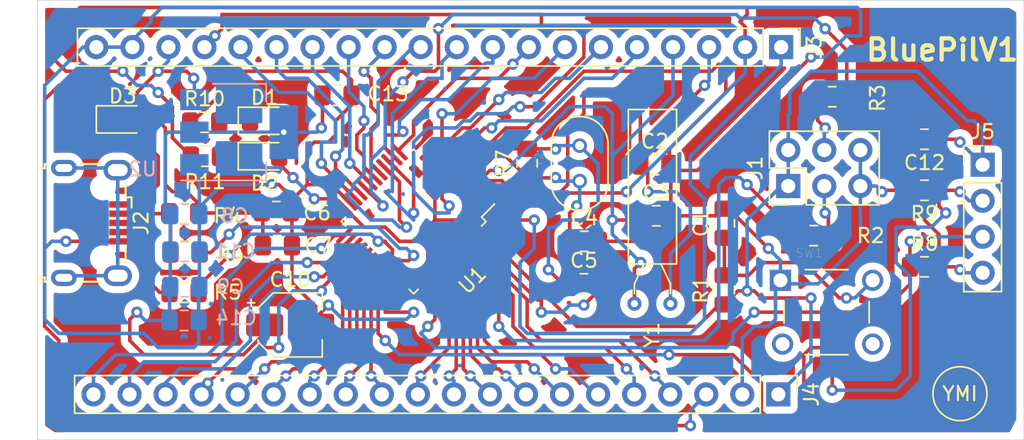
<source format=kicad_pcb>
(kicad_pcb (version 20171130) (host pcbnew "(5.1.5)-3")
  (layers (0 F.Cu signal) (31 B.Cu signal) (34 B.Paste user) (35 F.Paste user) (36 B.SilkS user) (37 F.SilkS user) (38 B.Mask user) (39 F.Mask user) (44 Edge.Cuts user))
  (net 0 "")
  (net 1 "Net-(C1-Pad1)")
  (net 2 GND)
  (net 3 PC14)
  (net 4 PC15)
  (net 5 OSCIN)
  (net 6 OSCOUT)
  (net 7 5.0V)
  (net 8 3.3V)
  (net 9 PC13)
  (net 10 "Net-(D3-Pad1)")
  (net 11 "Net-(J1-Pad3)")
  (net 12 "Net-(J1-Pad4)")
  (net 13 "Net-(J2-Pad2)")
  (net 14 "Net-(J2-Pad3)")
  (net 15 "Net-(J2-Pad6)")
  (net 16 RESET)
  (net 17 PB11)
  (net 18 PB10)
  (net 19 PB1)
  (net 20 PB0)
  (net 21 PA7)
  (net 22 PA6)
  (net 23 PA5)
  (net 24 PA4)
  (net 25 PA3)
  (net 26 PA2)
  (net 27 PA1)
  (net 28 PA0)
  (net 29 VBAT)
  (net 30 PB9)
  (net 31 PB8)
  (net 32 PB7)
  (net 33 PB6)
  (net 34 PB5)
  (net 35 PB4)
  (net 36 PB3)
  (net 37 PA15)
  (net 38 PA12)
  (net 39 PA11)
  (net 40 PA10)
  (net 41 PA9)
  (net 42 PA8)
  (net 43 PB15)
  (net 44 PB14)
  (net 45 PB13)
  (net 46 PB12)
  (net 47 SWDIO)
  (net 48 SWCLK)
  (net 49 BOOT1)
  (net 50 BOOT0)
  (net 51 "Net-(D1-Pad1)")
  (net 52 "Net-(D2-Pad1)")
  (module Package_QFP:LQFP-48_7x7mm_P0.5mm (layer F.Cu) (at 139 101.6 225)
    (fp_text reference U1 (at 0 -5.85 45) (layer F.SilkS))
    (fp_text value STM32F103C8Tx)
    (pad 1 smd roundrect (at -4.1625 -2.75 225) (size 1.475 0.3) (layers F.Cu F.Paste F.Mask) (net 29 VBAT))
    (pad 2 smd roundrect (at -4.1625 -2.25 225) (size 1.475 0.3) (layers F.Cu F.Paste F.Mask) (net 9 PC13))
    (pad 3 smd roundrect (at -4.1625 -1.75 225) (size 1.475 0.3) (layers F.Cu F.Paste F.Mask) (net 3 PC14))
    (pad 4 smd roundrect (at -4.1625 -1.25 225) (size 1.475 0.3) (layers F.Cu F.Paste F.Mask) (net 4 PC15))
    (pad 5 smd roundrect (at -4.1625 -0.75 225) (size 1.475 0.3) (layers F.Cu F.Paste F.Mask) (net 5 OSCIN))
    (pad 6 smd roundrect (at -4.1625 -0.25 225) (size 1.475 0.3) (layers F.Cu F.Paste F.Mask) (net 6 OSCOUT))
    (pad 7 smd roundrect (at -4.1625 0.25 225) (size 1.475 0.3) (layers F.Cu F.Paste F.Mask) (net 16 RESET))
    (pad 8 smd roundrect (at -4.1625 0.75 225) (size 1.475 0.3) (layers F.Cu F.Paste F.Mask) (net 2 GND))
    (pad 9 smd roundrect (at -4.1625 1.25 225) (size 1.475 0.3) (layers F.Cu F.Paste F.Mask) (net 8 3.3V))
    (pad 10 smd roundrect (at -4.1625 1.75 225) (size 1.475 0.3) (layers F.Cu F.Paste F.Mask) (net 28 PA0))
    (pad 11 smd roundrect (at -4.1625 2.25 225) (size 1.475 0.3) (layers F.Cu F.Paste F.Mask) (net 27 PA1))
    (pad 12 smd roundrect (at -4.1625 2.75 225) (size 1.475 0.3) (layers F.Cu F.Paste F.Mask) (net 26 PA2))
    (pad 13 smd roundrect (at -2.75 4.1625 225) (size 0.3 1.475) (layers F.Cu F.Paste F.Mask) (net 25 PA3))
    (pad 14 smd roundrect (at -2.25 4.1625 225) (size 0.3 1.475) (layers F.Cu F.Paste F.Mask) (net 24 PA4))
    (pad 15 smd roundrect (at -1.75 4.1625 225) (size 0.3 1.475) (layers F.Cu F.Paste F.Mask) (net 23 PA5))
    (pad 16 smd roundrect (at -1.25 4.1625 225) (size 0.3 1.475) (layers F.Cu F.Paste F.Mask) (net 22 PA6))
    (pad 17 smd roundrect (at -0.75 4.1625 225) (size 0.3 1.475) (layers F.Cu F.Paste F.Mask) (net 21 PA7))
    (pad 18 smd roundrect (at -0.25 4.1625 225) (size 0.3 1.475) (layers F.Cu F.Paste F.Mask) (net 20 PB0))
    (pad 19 smd roundrect (at 0.25 4.1625 225) (size 0.3 1.475) (layers F.Cu F.Paste F.Mask) (net 19 PB1))
    (pad 20 smd roundrect (at 0.75 4.1625 225) (size 0.3 1.475) (layers F.Cu F.Paste F.Mask) (net 49 BOOT1))
    (pad 21 smd roundrect (at 1.25 4.1625 225) (size 0.3 1.475) (layers F.Cu F.Paste F.Mask) (net 18 PB10))
    (pad 22 smd roundrect (at 1.75 4.1625 225) (size 0.3 1.475) (layers F.Cu F.Paste F.Mask) (net 17 PB11))
    (pad 23 smd roundrect (at 2.25 4.1625 225) (size 0.3 1.475) (layers F.Cu F.Paste F.Mask) (net 2 GND))
    (pad 24 smd roundrect (at 2.75 4.1625 225) (size 0.3 1.475) (layers F.Cu F.Paste F.Mask) (net 8 3.3V))
    (pad 25 smd roundrect (at 4.1625 2.75 225) (size 1.475 0.3) (layers F.Cu F.Paste F.Mask) (net 46 PB12))
    (pad 26 smd roundrect (at 4.1625 2.25 225) (size 1.475 0.3) (layers F.Cu F.Paste F.Mask) (net 45 PB13))
    (pad 27 smd roundrect (at 4.1625 1.75 225) (size 1.475 0.3) (layers F.Cu F.Paste F.Mask) (net 44 PB14))
    (pad 28 smd roundrect (at 4.1625 1.25 225) (size 1.475 0.3) (layers F.Cu F.Paste F.Mask) (net 43 PB15))
    (pad 29 smd roundrect (at 4.1625 0.75 225) (size 1.475 0.3) (layers F.Cu F.Paste F.Mask) (net 42 PA8))
    (pad 30 smd roundrect (at 4.1625 0.25 225) (size 1.475 0.3) (layers F.Cu F.Paste F.Mask) (net 41 PA9))
    (pad 31 smd roundrect (at 4.1625 -0.25 225) (size 1.475 0.3) (layers F.Cu F.Paste F.Mask) (net 40 PA10))
    (pad 32 smd roundrect (at 4.1625 -0.75 225) (size 1.475 0.3) (layers F.Cu F.Paste F.Mask) (net 39 PA11))
    (pad 33 smd roundrect (at 4.1625 -1.25 225) (size 1.475 0.3) (layers F.Cu F.Paste F.Mask) (net 38 PA12))
    (pad 34 smd roundrect (at 4.1625 -1.75 225) (size 1.475 0.3) (layers F.Cu F.Paste F.Mask) (net 47 SWDIO))
    (pad 35 smd roundrect (at 4.1625 -2.25 225) (size 1.475 0.3) (layers F.Cu F.Paste F.Mask) (net 2 GND))
    (pad 36 smd roundrect (at 4.1625 -2.75 225) (size 1.475 0.3) (layers F.Cu F.Paste F.Mask) (net 8 3.3V))
    (pad 37 smd roundrect (at 2.75 -4.1625 225) (size 0.3 1.475) (layers F.Cu F.Paste F.Mask) (net 48 SWCLK))
    (pad 38 smd roundrect (at 2.25 -4.1625 225) (size 0.3 1.475) (layers F.Cu F.Paste F.Mask) (net 37 PA15))
    (pad 39 smd roundrect (at 1.75 -4.1625 225) (size 0.3 1.475) (layers F.Cu F.Paste F.Mask) (net 36 PB3))
    (pad 40 smd roundrect (at 1.25 -4.1625 225) (size 0.3 1.475) (layers F.Cu F.Paste F.Mask) (net 35 PB4))
    (pad 41 smd roundrect (at 0.75 -4.1625 225) (size 0.3 1.475) (layers F.Cu F.Paste F.Mask) (net 34 PB5))
    (pad 42 smd roundrect (at 0.25 -4.1625 225) (size 0.3 1.475) (layers F.Cu F.Paste F.Mask) (net 33 PB6))
    (pad 43 smd roundrect (at -0.25 -4.1625 225) (size 0.3 1.475) (layers F.Cu F.Paste F.Mask) (net 32 PB7))
    (pad 44 smd roundrect (at -0.75 -4.1625 225) (size 0.3 1.475) (layers F.Cu F.Paste F.Mask) (net 50 BOOT0))
    (pad 45 smd roundrect (at -1.25 -4.1625 225) (size 0.3 1.475) (layers F.Cu F.Paste F.Mask) (net 31 PB8))
    (pad 46 smd roundrect (at -1.75 -4.1625 225) (size 0.3 1.475) (layers F.Cu F.Paste F.Mask) (net 30 PB9))
    (pad 47 smd roundrect (at -2.25 -4.1625 225) (size 0.3 1.475) (layers F.Cu F.Paste F.Mask) (net 2 GND))
    (pad 48 smd roundrect (at -2.75 -4.1625 225) (size 0.3 1.475) (layers F.Cu F.Paste F.Mask) (net 8 3.3V))
  )
  (module Capacitor_SMD:C_0805_2012Metric_Pad1.15x1.40mm_HandSolder (layer F.Cu) (at 160.9 101.725 90)
    (fp_text reference C1 (at 0 -1.65 90) (layer F.SilkS))
    (fp_text value 0.1uf)
    (pad 1 smd roundrect (at -1.025 0 90) (size 1.15 1.4) (layers F.Cu F.Paste F.Mask) (roundrect_rratio 0.217391) (net 1 "Net-(C1-Pad1)"))
    (pad 2 smd roundrect (at 1.025 0 90) (size 1.15 1.4) (layers F.Cu F.Paste F.Mask) (roundrect_rratio 0.217391) (net 2 GND))
  )
  (module Capacitor_SMD:C_0805_2012Metric_Pad1.15x1.40mm_HandSolder (layer F.Cu) (at 156 97.6)
    (fp_text reference C2 (at 0 -1.65) (layer F.SilkS))
    (fp_text value 20pf)
    (pad 1 smd roundrect (at -1.025 0) (size 1.15 1.4) (layers F.Cu F.Paste F.Mask) (roundrect_rratio 0.217391) (net 3 PC14))
    (pad 2 smd roundrect (at 1.025 0) (size 1.15 1.4) (layers F.Cu F.Paste F.Mask) (roundrect_rratio 0.217391) (net 2 GND))
  )
  (module Capacitor_SMD:C_0805_2012Metric_Pad1.15x1.40mm_HandSolder (layer F.Cu) (at 156.1 101.2)
    (fp_text reference C3 (at 0 -1.65) (layer F.SilkS))
    (fp_text value 20pf)
    (pad 2 smd roundrect (at 1.025 0) (size 1.15 1.4) (layers F.Cu F.Paste F.Mask) (roundrect_rratio 0.217391) (net 2 GND))
    (pad 1 smd roundrect (at -1.025 0) (size 1.15 1.4) (layers F.Cu F.Paste F.Mask) (roundrect_rratio 0.217391) (net 4 PC15))
  )
  (module Capacitor_SMD:C_0805_2012Metric_Pad1.15x1.40mm_HandSolder (layer F.Cu) (at 151.025 103)
    (fp_text reference C4 (at 0 -1.65) (layer F.SilkS))
    (fp_text value 20pf)
    (pad 1 smd roundrect (at -1.025 0) (size 1.15 1.4) (layers F.Cu F.Paste F.Mask) (roundrect_rratio 0.217391) (net 5 OSCIN))
    (pad 2 smd roundrect (at 1.025 0) (size 1.15 1.4) (layers F.Cu F.Paste F.Mask) (roundrect_rratio 0.217391) (net 2 GND))
  )
  (module Capacitor_SMD:C_0805_2012Metric_Pad1.15x1.40mm_HandSolder (layer F.Cu) (at 151 106)
    (fp_text reference C5 (at 0 -1.65) (layer F.SilkS))
    (fp_text value 20pf)
    (pad 2 smd roundrect (at 1.025 0) (size 1.15 1.4) (layers F.Cu F.Paste F.Mask) (roundrect_rratio 0.217391) (net 2 GND))
    (pad 1 smd roundrect (at -1.025 0) (size 1.15 1.4) (layers F.Cu F.Paste F.Mask) (roundrect_rratio 0.217391) (net 6 OSCOUT))
  )
  (module Capacitor_SMD:C_0805_2012Metric_Pad1.15x1.40mm_HandSolder (layer F.Cu) (at 129.325 100.9)
    (fp_text reference C6 (at 2.875 0.1) (layer F.SilkS))
    (fp_text value 100uf)
    (pad 2 smd roundrect (at 1.025 0) (size 1.15 1.4) (layers F.Cu F.Paste F.Mask) (roundrect_rratio 0.217391) (net 2 GND))
    (pad 1 smd roundrect (at -1.025 0) (size 1.15 1.4) (layers F.Cu F.Paste F.Mask) (roundrect_rratio 0.217391) (net 7 5.0V))
  )
  (module Capacitor_SMD:C_0805_2012Metric_Pad1.15x1.40mm_HandSolder (layer F.Cu) (at 129.4 103.3)
    (fp_text reference C7 (at 2.875 0) (layer F.SilkS))
    (fp_text value 100nf)
    (pad 1 smd roundrect (at -1.025 0) (size 1.15 1.4) (layers F.Cu F.Paste F.Mask) (roundrect_rratio 0.217391) (net 7 5.0V))
    (pad 2 smd roundrect (at 1.025 0) (size 1.15 1.4) (layers F.Cu F.Paste F.Mask) (roundrect_rratio 0.217391) (net 2 GND))
  )
  (module Capacitor_SMD:C_0805_2012Metric_Pad1.15x1.40mm_HandSolder (layer B.Cu) (at 122.875 101.1)
    (fp_text reference C8 (at 3.525 0.1) (layer B.SilkS) (effects (justify mirror)))
    (fp_text value 100nf)
    (pad 2 smd roundrect (at 1.025 0) (size 1.15 1.4) (layers B.Cu B.Paste B.Mask) (roundrect_rratio 0.217391) (net 2 GND))
    (pad 1 smd roundrect (at -1.025 0) (size 1.15 1.4) (layers B.Cu B.Paste B.Mask) (roundrect_rratio 0.217391) (net 8 3.3V))
  )
  (module Capacitor_SMD:C_0805_2012Metric_Pad1.15x1.40mm_HandSolder (layer B.Cu) (at 122.875 106.2)
    (fp_text reference C9 (at 3.225 0) (layer B.SilkS) (effects (justify mirror)))
    (fp_text value 100nf)
    (pad 1 smd roundrect (at -1.025 0) (size 1.15 1.4) (layers B.Cu B.Paste B.Mask) (roundrect_rratio 0.217391) (net 8 3.3V))
    (pad 2 smd roundrect (at 1.025 0) (size 1.15 1.4) (layers B.Cu B.Paste B.Mask) (roundrect_rratio 0.217391) (net 2 GND))
  )
  (module Capacitor_SMD:CP_Elec_4x5.4 (layer F.Cu) (at 130.3 108.9)
    (fp_text reference C10 (at 0 -3.2) (layer F.SilkS))
    (fp_text value 330uf)
    (pad 1 smd roundrect (at -1.8 0) (size 2.6 1.6) (layers F.Cu F.Paste F.Mask) (roundrect_rratio 0.15625) (net 8 3.3V))
    (pad 2 smd roundrect (at 1.8 0) (size 2.6 1.6) (layers F.Cu F.Paste F.Mask) (roundrect_rratio 0.15625) (net 2 GND))
  )
  (module Capacitor_SMD:C_0805_2012Metric_Pad1.15x1.40mm_HandSolder (layer B.Cu) (at 122.875 103.7)
    (fp_text reference C11 (at 3.525 0) (layer B.SilkS) (effects (justify mirror)))
    (fp_text value 100nf)
    (pad 1 smd roundrect (at -1.025 0) (size 1.15 1.4) (layers B.Cu B.Paste B.Mask) (roundrect_rratio 0.217391) (net 8 3.3V))
    (pad 2 smd roundrect (at 1.025 0) (size 1.15 1.4) (layers B.Cu B.Paste B.Mask) (roundrect_rratio 0.217391) (net 2 GND))
  )
  (module Capacitor_SMD:C_0805_2012Metric_Pad1.15x1.40mm_HandSolder (layer F.Cu) (at 175 95.8 180)
    (fp_text reference C12 (at 0 -1.65) (layer F.SilkS))
    (fp_text value 100nf)
    (pad 2 smd roundrect (at 1.025 0 180) (size 1.15 1.4) (layers F.Cu F.Paste F.Mask) (roundrect_rratio 0.217391) (net 2 GND))
    (pad 1 smd roundrect (at -1.025 0 180) (size 1.15 1.4) (layers F.Cu F.Paste F.Mask) (roundrect_rratio 0.217391) (net 8 3.3V))
  )
  (module Capacitor_SMD:C_0805_2012Metric_Pad1.15x1.40mm_HandSolder (layer F.Cu) (at 133.6 92.7)
    (fp_text reference C13 (at 3.6 -0.1) (layer F.SilkS))
    (fp_text value 100nf)
    (pad 2 smd roundrect (at 1.025 0) (size 1.15 1.4) (layers F.Cu F.Paste F.Mask) (roundrect_rratio 0.217391) (net 2 GND))
    (pad 1 smd roundrect (at -1.025 0) (size 1.15 1.4) (layers F.Cu F.Paste F.Mask) (roundrect_rratio 0.217391) (net 8 3.3V))
  )
  (module Capacitor_SMD:C_0805_2012Metric_Pad1.15x1.40mm_HandSolder (layer B.Cu) (at 122.825001 108.584999)
    (fp_text reference C14 (at 3.674999 -0.184999) (layer B.SilkS) (effects (justify mirror)))
    (fp_text value 100nf)
    (pad 1 smd roundrect (at -1.025 0) (size 1.15 1.4) (layers B.Cu B.Paste B.Mask) (roundrect_rratio 0.217391) (net 8 3.3V))
    (pad 2 smd roundrect (at 1.025 0) (size 1.15 1.4) (layers B.Cu B.Paste B.Mask) (roundrect_rratio 0.217391) (net 2 GND))
  )
  (module LED_SMD:LED_0805_2012Metric_Pad1.15x1.40mm_HandSolder (layer F.Cu) (at 128.5 94.5)
    (fp_text reference D1 (at 0 -1.65) (layer F.SilkS))
    (fp_text value PWR_LED)
    (pad 2 smd roundrect (at 1.025 0) (size 1.15 1.4) (layers F.Cu F.Paste F.Mask) (roundrect_rratio 0.217391) (net 8 3.3V))
    (pad 1 smd roundrect (at -1.025 0) (size 1.15 1.4) (layers F.Cu F.Paste F.Mask) (roundrect_rratio 0.217391) (net 51 "Net-(D1-Pad1)"))
  )
  (module LED_SMD:LED_0805_2012Metric_Pad1.15x1.40mm_HandSolder (layer F.Cu) (at 128.5 97)
    (fp_text reference D2 (at 0 1.9) (layer F.SilkS))
    (fp_text value USER_LED)
    (pad 1 smd roundrect (at -1.025 0) (size 1.15 1.4) (layers F.Cu F.Paste F.Mask) (roundrect_rratio 0.217391) (net 52 "Net-(D2-Pad1)"))
    (pad 2 smd roundrect (at 1.025 0) (size 1.15 1.4) (layers F.Cu F.Paste F.Mask) (roundrect_rratio 0.217391) (net 8 3.3V))
  )
  (module LED_SMD:LED_0805_2012Metric_Pad1.15x1.40mm_HandSolder (layer F.Cu) (at 118.5 94.4)
    (fp_text reference D3 (at 0 -1.65) (layer F.SilkS))
    (fp_text value DIODE)
    (pad 1 smd roundrect (at -1.025 0) (size 1.15 1.4) (layers F.Cu F.Paste F.Mask) (roundrect_rratio 0.217391) (net 10 "Net-(D3-Pad1)"))
    (pad 2 smd roundrect (at 1.025 0) (size 1.15 1.4) (layers F.Cu F.Paste F.Mask) (roundrect_rratio 0.217391) (net 7 5.0V))
  )
  (module Connector_PinHeader_2.54mm:PinHeader_2x03_P2.54mm_Vertical (layer F.Cu) (at 165.4 99.1 90)
    (fp_text reference J1 (at 1.27 -2.33 90) (layer F.SilkS))
    (fp_text value Boot)
    (pad 1 thru_hole rect (at 0 0 90) (size 1.7 1.7) (drill 1) (layers *.Cu *.Mask) (net 8 3.3V))
    (pad 2 thru_hole oval (at 2.54 0 90) (size 1.7 1.7) (drill 1) (layers *.Cu *.Mask) (net 8 3.3V))
    (pad 3 thru_hole oval (at 0 2.54 90) (size 1.7 1.7) (drill 1) (layers *.Cu *.Mask) (net 11 "Net-(J1-Pad3)"))
    (pad 4 thru_hole oval (at 2.54 2.54 90) (size 1.7 1.7) (drill 1) (layers *.Cu *.Mask) (net 12 "Net-(J1-Pad4)"))
    (pad 5 thru_hole oval (at 0 5.08 90) (size 1.7 1.7) (drill 1) (layers *.Cu *.Mask) (net 2 GND))
    (pad 6 thru_hole oval (at 2.54 5.08 90) (size 1.7 1.7) (drill 1) (layers *.Cu *.Mask) (net 2 GND))
  )
  (module Connector_USB:USB_Micro-B_Wuerth_629105150521 (layer F.Cu) (at 116.3 101.7 270)
    (fp_text reference J2 (at 0 -3.5 90) (layer F.SilkS))
    (fp_text value USB_B_Micro)
    (pad 1 smd rect (at -1.3 -1.9 270) (size 0.45 1.3) (layers F.Cu F.Paste F.Mask) (net 10 "Net-(D3-Pad1)"))
    (pad 2 smd rect (at -0.65 -1.9 270) (size 0.45 1.3) (layers F.Cu F.Paste F.Mask) (net 13 "Net-(J2-Pad2)"))
    (pad 3 smd rect (at 0 -1.9 270) (size 0.45 1.3) (layers F.Cu F.Paste F.Mask) (net 14 "Net-(J2-Pad3)"))
    (pad 4 smd rect (at 0.65 -1.9 270) (size 0.45 1.3) (layers F.Cu F.Paste F.Mask) (net 2 GND))
    (pad 5 smd rect (at 1.3 -1.9 270) (size 0.45 1.3) (layers F.Cu F.Paste F.Mask) (net 2 GND))
    (pad 6 thru_hole oval (at -3.725 -1.85 270) (size 1.45 2) (drill oval 0.85 1.4) (layers *.Cu *.Mask) (net 15 "Net-(J2-Pad6)"))
    (pad 6 thru_hole oval (at 3.725 -1.85 270) (size 1.45 2) (drill oval 0.85 1.4) (layers *.Cu *.Mask) (net 15 "Net-(J2-Pad6)"))
    (pad 6 thru_hole oval (at -3.875 1.95 270) (size 1.15 1.8) (drill oval 0.55 1.2) (layers *.Cu *.Mask) (net 15 "Net-(J2-Pad6)"))
    (pad 6 thru_hole oval (at 3.875 1.95 270) (size 1.15 1.8) (drill oval 0.55 1.2) (layers *.Cu *.Mask) (net 15 "Net-(J2-Pad6)"))
    (pad "" np_thru_hole oval (at -2.5 -0.8 270) (size 0.8 0.8) (drill 0.8) (layers *.Cu *.Mask))
    (pad "" np_thru_hole oval (at 2.5 -0.8 270) (size 0.8 0.8) (drill 0.8) (layers *.Cu *.Mask))
  )
  (module Connector_PinHeader_2.54mm:PinHeader_1x20_P2.54mm_Vertical (layer F.Cu) (at 164.9 89.3 270)
    (fp_text reference J3 (at 0 -2.33 90) (layer F.SilkS))
    (fp_text value Header1)
    (pad 20 thru_hole oval (at 0 48.26 270) (size 1.7 1.7) (drill 1) (layers *.Cu *.Mask) (net 2 GND))
    (pad 19 thru_hole oval (at 0 45.72 270) (size 1.7 1.7) (drill 1) (layers *.Cu *.Mask) (net 2 GND))
    (pad 18 thru_hole oval (at 0 43.18 270) (size 1.7 1.7) (drill 1) (layers *.Cu *.Mask) (net 7 5.0V))
    (pad 17 thru_hole oval (at 0 40.64 270) (size 1.7 1.7) (drill 1) (layers *.Cu *.Mask) (net 16 RESET))
    (pad 16 thru_hole oval (at 0 38.1 270) (size 1.7 1.7) (drill 1) (layers *.Cu *.Mask) (net 17 PB11))
    (pad 15 thru_hole oval (at 0 35.56 270) (size 1.7 1.7) (drill 1) (layers *.Cu *.Mask) (net 18 PB10))
    (pad 14 thru_hole oval (at 0 33.02 270) (size 1.7 1.7) (drill 1) (layers *.Cu *.Mask) (net 19 PB1))
    (pad 13 thru_hole oval (at 0 30.48 270) (size 1.7 1.7) (drill 1) (layers *.Cu *.Mask) (net 20 PB0))
    (pad 12 thru_hole oval (at 0 27.94 270) (size 1.7 1.7) (drill 1) (layers *.Cu *.Mask) (net 21 PA7))
    (pad 11 thru_hole oval (at 0 25.4 270) (size 1.7 1.7) (drill 1) (layers *.Cu *.Mask) (net 22 PA6))
    (pad 10 thru_hole oval (at 0 22.86 270) (size 1.7 1.7) (drill 1) (layers *.Cu *.Mask) (net 23 PA5))
    (pad 9 thru_hole oval (at 0 20.32 270) (size 1.7 1.7) (drill 1) (layers *.Cu *.Mask) (net 24 PA4))
    (pad 8 thru_hole oval (at 0 17.78 270) (size 1.7 1.7) (drill 1) (layers *.Cu *.Mask) (net 25 PA3))
    (pad 7 thru_hole oval (at 0 15.24 270) (size 1.7 1.7) (drill 1) (layers *.Cu *.Mask) (net 26 PA2))
    (pad 6 thru_hole oval (at 0 12.7 270) (size 1.7 1.7) (drill 1) (layers *.Cu *.Mask) (net 27 PA1))
    (pad 5 thru_hole oval (at 0 10.16 270) (size 1.7 1.7) (drill 1) (layers *.Cu *.Mask) (net 28 PA0))
    (pad 4 thru_hole oval (at 0 7.62 270) (size 1.7 1.7) (drill 1) (layers *.Cu *.Mask) (net 4 PC15))
    (pad 3 thru_hole oval (at 0 5.08 270) (size 1.7 1.7) (drill 1) (layers *.Cu *.Mask) (net 3 PC14))
    (pad 2 thru_hole oval (at 0 2.54 270) (size 1.7 1.7) (drill 1) (layers *.Cu *.Mask) (net 9 PC13))
    (pad 1 thru_hole rect (at 0 0 270) (size 1.7 1.7) (drill 1) (layers *.Cu *.Mask) (net 29 VBAT))
  )
  (module Connector_PinHeader_2.54mm:PinHeader_1x20_P2.54mm_Vertical (layer F.Cu) (at 164.7 113.8 270)
    (fp_text reference J4 (at 0 -2.33 90) (layer F.SilkS))
    (fp_text value Header2)
    (pad 1 thru_hole rect (at 0 0 270) (size 1.7 1.7) (drill 1) (layers *.Cu *.Mask) (net 8 3.3V))
    (pad 2 thru_hole oval (at 0 2.54 270) (size 1.7 1.7) (drill 1) (layers *.Cu *.Mask) (net 2 GND))
    (pad 3 thru_hole oval (at 0 5.08 270) (size 1.7 1.7) (drill 1) (layers *.Cu *.Mask) (net 7 5.0V))
    (pad 4 thru_hole oval (at 0 7.62 270) (size 1.7 1.7) (drill 1) (layers *.Cu *.Mask) (net 30 PB9))
    (pad 5 thru_hole oval (at 0 10.16 270) (size 1.7 1.7) (drill 1) (layers *.Cu *.Mask) (net 31 PB8))
    (pad 6 thru_hole oval (at 0 12.7 270) (size 1.7 1.7) (drill 1) (layers *.Cu *.Mask) (net 32 PB7))
    (pad 7 thru_hole oval (at 0 15.24 270) (size 1.7 1.7) (drill 1) (layers *.Cu *.Mask) (net 33 PB6))
    (pad 8 thru_hole oval (at 0 17.78 270) (size 1.7 1.7) (drill 1) (layers *.Cu *.Mask) (net 34 PB5))
    (pad 9 thru_hole oval (at 0 20.32 270) (size 1.7 1.7) (drill 1) (layers *.Cu *.Mask) (net 35 PB4))
    (pad 10 thru_hole oval (at 0 22.86 270) (size 1.7 1.7) (drill 1) (layers *.Cu *.Mask) (net 36 PB3))
    (pad 11 thru_hole oval (at 0 25.4 270) (size 1.7 1.7) (drill 1) (layers *.Cu *.Mask) (net 37 PA15))
    (pad 12 thru_hole oval (at 0 27.94 270) (size 1.7 1.7) (drill 1) (layers *.Cu *.Mask) (net 38 PA12))
    (pad 13 thru_hole oval (at 0 30.48 270) (size 1.7 1.7) (drill 1) (layers *.Cu *.Mask) (net 39 PA11))
    (pad 14 thru_hole oval (at 0 33.02 270) (size 1.7 1.7) (drill 1) (layers *.Cu *.Mask) (net 40 PA10))
    (pad 15 thru_hole oval (at 0 35.56 270) (size 1.7 1.7) (drill 1) (layers *.Cu *.Mask) (net 41 PA9))
    (pad 16 thru_hole oval (at 0 38.1 270) (size 1.7 1.7) (drill 1) (layers *.Cu *.Mask) (net 42 PA8))
    (pad 17 thru_hole oval (at 0 40.64 270) (size 1.7 1.7) (drill 1) (layers *.Cu *.Mask) (net 43 PB15))
    (pad 18 thru_hole oval (at 0 43.18 270) (size 1.7 1.7) (drill 1) (layers *.Cu *.Mask) (net 44 PB14))
    (pad 19 thru_hole oval (at 0 45.72 270) (size 1.7 1.7) (drill 1) (layers *.Cu *.Mask) (net 45 PB13))
    (pad 20 thru_hole oval (at 0 48.26 270) (size 1.7 1.7) (drill 1) (layers *.Cu *.Mask) (net 46 PB12))
  )
  (module Connector_PinHeader_2.54mm:PinHeader_1x04_P2.54mm_Vertical (layer F.Cu) (at 179.1 97.6)
    (fp_text reference J5 (at 0 -2.33) (layer F.SilkS))
    (fp_text value Prog)
    (pad 1 thru_hole rect (at 0 0) (size 1.7 1.7) (drill 1) (layers *.Cu *.Mask) (net 8 3.3V))
    (pad 2 thru_hole oval (at 0 2.54) (size 1.7 1.7) (drill 1) (layers *.Cu *.Mask) (net 47 SWDIO))
    (pad 3 thru_hole oval (at 0 5.08) (size 1.7 1.7) (drill 1) (layers *.Cu *.Mask) (net 48 SWCLK))
    (pad 4 thru_hole oval (at 0 7.62) (size 1.7 1.7) (drill 1) (layers *.Cu *.Mask) (net 2 GND))
  )
  (module SPST:TE_3-1825910-1 (layer F.Cu) (at 168.1 108)
    (fp_text reference SW1 (at -1.219648 -4.182039) (layer F.SilkS) (effects (font (size 0.640864 0.640864) (thickness 0.015))))
    (fp_text value SW_Push)
    (pad 1 thru_hole rect (at -3.25 -2.25) (size 1.498 1.498) (drill 0.99) (layers *.Cu *.Mask) (net 2 GND))
    (pad 2 thru_hole circle (at 3.25 -2.25) (size 1.498 1.498) (drill 0.99) (layers *.Cu *.Mask) (net 1 "Net-(C1-Pad1)"))
    (pad 3 thru_hole circle (at -3.1 2.25) (size 1.498 1.498) (drill 0.99) (layers *.Cu *.Mask))
    (pad 4 thru_hole circle (at 3.25 2.25) (size 1.498 1.498) (drill 0.99) (layers *.Cu *.Mask))
  )
  (module Package_TO_SOT_SMD:SOT-223-3_TabPin2 (layer B.Cu) (at 126.7 95.3)
    (fp_text reference U2 (at -6.8 2.6) (layer B.SilkS) (effects (justify mirror)))
    (fp_text value AMS1117-3.3)
    (pad 2 smd rect (at 3.15 0) (size 2 3.8) (layers B.Cu B.Paste B.Mask) (net 8 3.3V))
    (pad 2 smd rect (at -3.15 0) (size 2 1.5) (layers B.Cu B.Paste B.Mask) (net 8 3.3V))
    (pad 3 smd rect (at -3.15 -2.3) (size 2 1.5) (layers B.Cu B.Paste B.Mask) (net 7 5.0V))
    (pad 1 smd rect (at -3.15 2.3) (size 2 1.5) (layers B.Cu B.Paste B.Mask) (net 2 GND))
  )
  (module Crystal:Crystal_AT310_D3.0mm_L10.0mm_Horizontal (layer F.Cu) (at 157.1 107.4 180)
    (fp_text reference Y1 (at 1.3 -2.2 90) (layer F.SilkS))
    (fp_text value 32.768KHz)
    (pad 1 thru_hole circle (at 0 0 180) (size 1 1) (drill 0.5) (layers *.Cu *.Mask) (net 3 PC14))
    (pad 2 thru_hole circle (at 2.54 0 180) (size 1 1) (drill 0.5) (layers *.Cu *.Mask) (net 4 PC15))
  )
  (module 12Mhz:XTAL_ECS-120-20-46X (layer F.Cu) (at 150.7 97.5 90)
    (fp_text reference Y2 (at 0.250715 -2.858105 90) (layer F.SilkS) (effects (font (size 0.552748 0.552748) (thickness 0.015))))
    (fp_text value 8Mhz)
    (pad 1 thru_hole circle (at -1.25 0 90) (size 1.03 1.03) (drill 0.63) (layers *.Cu *.Mask) (net 5 OSCIN))
    (pad 2 thru_hole circle (at 1.25 0 90) (size 1.03 1.03) (drill 0.63) (layers *.Cu *.Mask) (net 6 OSCOUT))
  )
  (module Resistor_SMD:R_0805_2012Metric_Pad1.15x1.40mm_HandSolder (layer F.Cu) (at 160.9 106.425 90)
    (fp_text reference R1 (at 0 -1.65 90) (layer F.SilkS))
    (fp_text value 10K)
    (pad 1 smd roundrect (at -1.025 0 90) (size 1.15 1.4) (layers F.Cu F.Paste F.Mask) (roundrect_rratio 0.217391) (net 8 3.3V))
    (pad 2 smd roundrect (at 1.025 0 90) (size 1.15 1.4) (layers F.Cu F.Paste F.Mask) (roundrect_rratio 0.217391) (net 1 "Net-(C1-Pad1)"))
  )
  (module Resistor_SMD:R_0805_2012Metric_Pad1.15x1.40mm_HandSolder (layer F.Cu) (at 167.2 102.6 180)
    (fp_text reference R2 (at -4 0) (layer F.SilkS))
    (fp_text value 100K)
    (pad 1 smd roundrect (at -1.025 0 180) (size 1.15 1.4) (layers F.Cu F.Paste F.Mask) (roundrect_rratio 0.217391) (net 11 "Net-(J1-Pad3)"))
    (pad 2 smd roundrect (at 1.025 0 180) (size 1.15 1.4) (layers F.Cu F.Paste F.Mask) (roundrect_rratio 0.217391) (net 50 BOOT0))
  )
  (module Resistor_SMD:R_0805_2012Metric_Pad1.15x1.40mm_HandSolder (layer F.Cu) (at 168.5 92.8 180)
    (fp_text reference R3 (at -3.2 -0.1 90) (layer F.SilkS))
    (fp_text value 100K)
    (pad 2 smd roundrect (at 1.025 0 180) (size 1.15 1.4) (layers F.Cu F.Paste F.Mask) (roundrect_rratio 0.217391) (net 12 "Net-(J1-Pad4)"))
    (pad 1 smd roundrect (at -1.025 0 180) (size 1.15 1.4) (layers F.Cu F.Paste F.Mask) (roundrect_rratio 0.217391) (net 49 BOOT1))
  )
  (module Resistor_SMD:R_0805_2012Metric_Pad1.15x1.40mm_HandSolder (layer F.Cu) (at 122.8 101)
    (fp_text reference R4 (at 3.075 0.2) (layer F.SilkS))
    (fp_text value 1.5K)
    (pad 1 smd roundrect (at -1.025 0) (size 1.15 1.4) (layers F.Cu F.Paste F.Mask) (roundrect_rratio 0.217391) (net 13 "Net-(J2-Pad2)"))
    (pad 2 smd roundrect (at 1.025 0) (size 1.15 1.4) (layers F.Cu F.Paste F.Mask) (roundrect_rratio 0.217391) (net 7 5.0V))
  )
  (module Resistor_SMD:R_0805_2012Metric_Pad1.15x1.40mm_HandSolder (layer F.Cu) (at 122.825 106.6 180)
    (fp_text reference R5 (at -3.075 0) (layer F.SilkS))
    (fp_text value 20)
    (pad 2 smd roundrect (at 1.025 0 180) (size 1.15 1.4) (layers F.Cu F.Paste F.Mask) (roundrect_rratio 0.217391) (net 14 "Net-(J2-Pad3)"))
    (pad 1 smd roundrect (at -1.025 0 180) (size 1.15 1.4) (layers F.Cu F.Paste F.Mask) (roundrect_rratio 0.217391) (net 39 PA11))
  )
  (module Resistor_SMD:R_0805_2012Metric_Pad1.15x1.40mm_HandSolder (layer F.Cu) (at 122.9 103.8 180)
    (fp_text reference R6 (at -3.2 -0.1) (layer F.SilkS))
    (fp_text value 20)
    (pad 2 smd roundrect (at 1.025 0 180) (size 1.15 1.4) (layers F.Cu F.Paste F.Mask) (roundrect_rratio 0.217391) (net 13 "Net-(J2-Pad2)"))
    (pad 1 smd roundrect (at -1.025 0 180) (size 1.15 1.4) (layers F.Cu F.Paste F.Mask) (roundrect_rratio 0.217391) (net 38 PA12))
  )
  (module Resistor_SMD:R_0805_2012Metric_Pad1.15x1.40mm_HandSolder (layer F.Cu) (at 147 97.5 90)
    (fp_text reference R7 (at 0 -1.65 90) (layer F.SilkS))
    (fp_text value 1M)
    (pad 1 smd roundrect (at -1.025 0 90) (size 1.15 1.4) (layers F.Cu F.Paste F.Mask) (roundrect_rratio 0.217391) (net 5 OSCIN))
    (pad 2 smd roundrect (at 1.025 0 90) (size 1.15 1.4) (layers F.Cu F.Paste F.Mask) (roundrect_rratio 0.217391) (net 6 OSCOUT))
  )
  (module Resistor_SMD:R_0805_2012Metric_Pad1.15x1.40mm_HandSolder (layer F.Cu) (at 175 104.8)
    (fp_text reference R8 (at 0 -1.65) (layer F.SilkS))
    (fp_text value 10K)
    (pad 1 smd roundrect (at -1.025 0) (size 1.15 1.4) (layers F.Cu F.Paste F.Mask) (roundrect_rratio 0.217391) (net 48 SWCLK))
    (pad 2 smd roundrect (at 1.025 0) (size 1.15 1.4) (layers F.Cu F.Paste F.Mask) (roundrect_rratio 0.217391) (net 2 GND))
  )
  (module Resistor_SMD:R_0805_2012Metric_Pad1.15x1.40mm_HandSolder (layer F.Cu) (at 175 99.4 180)
    (fp_text reference R9 (at 0 -1.65) (layer F.SilkS))
    (fp_text value 10K)
    (pad 2 smd roundrect (at 1.025 0 180) (size 1.15 1.4) (layers F.Cu F.Paste F.Mask) (roundrect_rratio 0.217391) (net 2 GND))
    (pad 1 smd roundrect (at -1.025 0 180) (size 1.15 1.4) (layers F.Cu F.Paste F.Mask) (roundrect_rratio 0.217391) (net 47 SWDIO))
  )
  (module Resistor_SMD:R_0805_2012Metric_Pad1.15x1.40mm_HandSolder (layer F.Cu) (at 124.275 94.6)
    (fp_text reference R10 (at 0 -1.65) (layer F.SilkS))
    (fp_text value 330)
    (pad 2 smd roundrect (at 1.025 0) (size 1.15 1.4) (layers F.Cu F.Paste F.Mask) (roundrect_rratio 0.217391) (net 51 "Net-(D1-Pad1)"))
    (pad 1 smd roundrect (at -1.025 0) (size 1.15 1.4) (layers F.Cu F.Paste F.Mask) (roundrect_rratio 0.217391) (net 2 GND))
  )
  (module Resistor_SMD:R_0805_2012Metric_Pad1.15x1.40mm_HandSolder (layer F.Cu) (at 124.325 97)
    (fp_text reference R11 (at -0.025 1.8) (layer F.SilkS))
    (fp_text value 330)
    (pad 1 smd roundrect (at -1.025 0) (size 1.15 1.4) (layers F.Cu F.Paste F.Mask) (roundrect_rratio 0.217391) (net 9 PC13))
    (pad 2 smd roundrect (at 1.025 0) (size 1.15 1.4) (layers F.Cu F.Paste F.Mask) (roundrect_rratio 0.217391) (net 52 "Net-(D2-Pad1)"))
  )
  (gr_text BluePilV1 (at 176.25 89.5) (layer F.SilkS) (effects (font (size 1.5 1.5) (thickness 0.3))))
  (gr_text YMI (at 177.5 113.75) (layer F.SilkS) (effects (font (size 1 1))))
  (gr_circle (center 177.5 113.75) (end 176.75 112) (layer F.SilkS) (width 0.12))
  (gr_line (start 182 117) (end 112.5 117) (layer Edge.Cuts) (width 0.05))
  (gr_line (start 112.5 86) (end 182 86) (layer Edge.Cuts) (width 0.05))
  (gr_line (start 112.5 86) (end 112.5 117) (layer Edge.Cuts) (width 0.05))
  (gr_line (start 182 86) (end 182 117) (layer Edge.Cuts) (width 0.05))
  (segment (start 160.9 105.4) (end 160.9 102.75) (width 0.25) (layer F.Cu) (net 1))
  (segment (start 160.9 105.4) (end 162.6 105.4) (width 0.25) (layer F.Cu) (net 1))
  (segment (start 162.6 105.4) (end 163.5 104.5) (width 0.25) (layer F.Cu) (net 1))
  (segment (start 163.5 104.5) (end 166.5 104.5) (width 0.25) (layer F.Cu) (net 1))
  (segment (start 166.5 104.5) (end 169 107) (width 0.25) (layer F.Cu) (net 1))
  (via (at 169.5 107) (size 0.8) (drill 0.4) (layers F.Cu B.Cu) (net 1))
  (segment (start 169 107) (end 169.5 107) (width 0.25) (layer F.Cu) (net 1))
  (segment (start 170.1 107) (end 171.35 105.75) (width 0.25) (layer B.Cu) (net 1))
  (segment (start 169.5 107) (end 170.1 107) (width 0.25) (layer B.Cu) (net 1))
  (segment (start 116.64 89.3) (end 119.18 89.3) (width 0.25) (layer B.Cu) (net 2))
  (segment (start 118.2 102.35) (end 118.2 103) (width 0.25) (layer F.Cu) (net 2))
  (segment (start 123.850001 110.149999) (end 123.850001 108.584999) (width 0.25) (layer B.Cu) (net 2))
  (segment (start 123.5 110.5) (end 123.850001 110.149999) (width 0.25) (layer B.Cu) (net 2))
  (segment (start 121 110.5) (end 123.5 110.5) (width 0.25) (layer B.Cu) (net 2))
  (segment (start 120 109.5) (end 121 110.5) (width 0.25) (layer B.Cu) (net 2))
  (segment (start 123.9 103.7) (end 123.9 101.1) (width 0.25) (layer B.Cu) (net 2))
  (segment (start 123.9 106.2) (end 123.9 103.7) (width 0.25) (layer B.Cu) (net 2))
  (segment (start 123.850001 106.249999) (end 123.9 106.2) (width 0.25) (layer B.Cu) (net 2))
  (segment (start 123.850001 108.584999) (end 123.850001 106.249999) (width 0.25) (layer B.Cu) (net 2))
  (segment (start 123.9 97.95) (end 123.55 97.6) (width 0.25) (layer B.Cu) (net 2))
  (segment (start 123.9 101.1) (end 123.9 97.95) (width 0.25) (layer B.Cu) (net 2))
  (segment (start 116.64 89.3) (end 115.7 89.3) (width 0.25) (layer B.Cu) (net 2))
  (segment (start 115.7 89.3) (end 113 92) (width 0.25) (layer B.Cu) (net 2))
  (segment (start 114 109.5) (end 120 109.5) (width 0.25) (layer B.Cu) (net 2))
  (segment (start 113 108.5) (end 114 109.5) (width 0.25) (layer B.Cu) (net 2))
  (segment (start 130.425 100.975) (end 130.35 100.9) (width 0.25) (layer F.Cu) (net 2))
  (segment (start 130.425 103.3) (end 130.425 100.975) (width 0.25) (layer F.Cu) (net 2))
  (via (at 114.5 103) (size 0.8) (drill 0.4) (layers F.Cu B.Cu) (net 2))
  (segment (start 118.2 103) (end 114.5 103) (width 0.25) (layer F.Cu) (net 2))
  (segment (start 114.5 103) (end 113.5 103) (width 0.25) (layer B.Cu) (net 2))
  (segment (start 113 92) (end 113 103.5) (width 0.25) (layer B.Cu) (net 2))
  (segment (start 113.5 103) (end 113 103.5) (width 0.25) (layer B.Cu) (net 2))
  (segment (start 113 103.5) (end 113 108.5) (width 0.25) (layer B.Cu) (net 2))
  (segment (start 130.425 103.3) (end 130.425 105.925) (width 0.25) (layer F.Cu) (net 2))
  (segment (start 132.1 107.6) (end 132.1 108.9) (width 0.25) (layer F.Cu) (net 2))
  (segment (start 130.425 105.925) (end 132.1 107.6) (width 0.25) (layer F.Cu) (net 2))
  (segment (start 130.35 100.9) (end 130.35 100.15) (width 0.25) (layer F.Cu) (net 2))
  (segment (start 130.35 100.15) (end 131.5 99) (width 0.25) (layer F.Cu) (net 2))
  (segment (start 133.21802 99) (end 134.465678 100.247658) (width 0.25) (layer F.Cu) (net 2))
  (segment (start 123.9 101.1) (end 123.9 100.6) (width 0.25) (layer B.Cu) (net 2))
  (via (at 129 99) (size 0.8) (drill 0.4) (layers F.Cu B.Cu) (net 2))
  (segment (start 123.9 100.6) (end 125.5 99) (width 0.25) (layer B.Cu) (net 2))
  (segment (start 125.5 99) (end 129 99) (width 0.25) (layer B.Cu) (net 2))
  (segment (start 129 99) (end 129.5 99) (width 0.25) (layer F.Cu) (net 2))
  (segment (start 130.35 99.85) (end 130.35 100.9) (width 0.25) (layer F.Cu) (net 2))
  (segment (start 129.5 99) (end 130.35 99.85) (width 0.25) (layer F.Cu) (net 2))
  (segment (start 131.5 99) (end 133 99) (width 0.25) (layer F.Cu) (net 2))
  (segment (start 133 99) (end 133.21802 99) (width 0.25) (layer F.Cu) (net 2))
  (segment (start 134.625 92.7) (end 134.625 91.625) (width 0.25) (layer F.Cu) (net 2))
  (segment (start 134.625 91.625) (end 134 91) (width 0.25) (layer F.Cu) (net 2))
  (segment (start 134 91) (end 127 91) (width 0.25) (layer F.Cu) (net 2))
  (segment (start 123.4 94.6) (end 123.25 94.6) (width 0.25) (layer F.Cu) (net 2))
  (segment (start 127 91) (end 123.4 94.6) (width 0.25) (layer F.Cu) (net 2))
  (via (at 133 107.5) (size 0.8) (drill 0.4) (layers F.Cu B.Cu) (net 2))
  (segment (start 132.1 108.9) (end 132.1 108.4) (width 0.25) (layer F.Cu) (net 2))
  (segment (start 132.1 108.4) (end 133 107.5) (width 0.25) (layer F.Cu) (net 2))
  (via (at 139 108) (size 0.8) (drill 0.4) (layers F.Cu B.Cu) (net 2))
  (segment (start 134.625 92.7) (end 134.625 93.375) (width 0.25) (layer F.Cu) (net 2))
  (segment (start 134.625 93.375) (end 133.5 94.5) (width 0.25) (layer F.Cu) (net 2))
  (segment (start 133.5 94.5) (end 133.5 95.5) (width 0.25) (layer F.Cu) (net 2))
  (segment (start 133.5 95.5) (end 133 96) (width 0.25) (layer F.Cu) (net 2))
  (segment (start 133 96) (end 132 96) (width 0.25) (layer F.Cu) (net 2))
  (segment (start 132 96) (end 131.5 96.5) (width 0.25) (layer F.Cu) (net 2))
  (segment (start 131.5 96.5) (end 131.5 99) (width 0.25) (layer F.Cu) (net 2))
  (segment (start 152.025 103.025) (end 152.05 103) (width 0.25) (layer F.Cu) (net 2))
  (segment (start 152.025 106) (end 152.025 103.025) (width 0.25) (layer F.Cu) (net 2))
  (segment (start 152.05 103) (end 156 103) (width 0.25) (layer F.Cu) (net 2))
  (segment (start 156 102.325) (end 157.125 101.2) (width 0.25) (layer F.Cu) (net 2))
  (segment (start 156 103) (end 156 102.325) (width 0.25) (layer F.Cu) (net 2))
  (segment (start 157.125 97.7) (end 157.025 97.6) (width 0.25) (layer F.Cu) (net 2))
  (segment (start 157.125 101.2) (end 157.125 97.7) (width 0.25) (layer F.Cu) (net 2))
  (segment (start 160.4 101.2) (end 160.9 100.7) (width 0.25) (layer F.Cu) (net 2))
  (segment (start 157.125 101.2) (end 160.4 101.2) (width 0.25) (layer F.Cu) (net 2))
  (segment (start 160.9 100.7) (end 161.2 100.7) (width 0.25) (layer F.Cu) (net 2))
  (via (at 164 103.5) (size 0.8) (drill 0.4) (layers F.Cu B.Cu) (net 2))
  (segment (start 161.2 100.7) (end 164 103.5) (width 0.25) (layer F.Cu) (net 2))
  (segment (start 164.85 104.35) (end 164.85 105.75) (width 0.25) (layer B.Cu) (net 2))
  (segment (start 164 103.5) (end 164.85 104.35) (width 0.25) (layer B.Cu) (net 2))
  (segment (start 173.975 99.4) (end 173.975 95.8) (width 0.25) (layer F.Cu) (net 2))
  (via (at 172 99.5) (size 0.8) (drill 0.4) (layers F.Cu B.Cu) (net 2))
  (segment (start 173.975 99.4) (end 172.1 99.4) (width 0.25) (layer F.Cu) (net 2))
  (segment (start 172.1 99.4) (end 172 99.5) (width 0.25) (layer F.Cu) (net 2))
  (segment (start 171.6 99.1) (end 170.48 99.1) (width 0.25) (layer B.Cu) (net 2))
  (segment (start 172 99.5) (end 171.6 99.1) (width 0.25) (layer B.Cu) (net 2))
  (segment (start 170.48 99.1) (end 170.48 96.56) (width 0.25) (layer B.Cu) (net 2))
  (segment (start 176.025 104.8) (end 176.025 102.525) (width 0.25) (layer F.Cu) (net 2))
  (segment (start 176.025 102.525) (end 175 101.5) (width 0.25) (layer F.Cu) (net 2))
  (segment (start 175 100.425) (end 173.975 99.4) (width 0.25) (layer F.Cu) (net 2))
  (segment (start 175 101.5) (end 175 100.425) (width 0.25) (layer F.Cu) (net 2))
  (via (at 177.5 105) (size 0.8) (drill 0.4) (layers F.Cu B.Cu) (net 2))
  (segment (start 176.025 104.8) (end 177.3 104.8) (width 0.25) (layer F.Cu) (net 2))
  (segment (start 177.3 104.8) (end 177.5 105) (width 0.25) (layer F.Cu) (net 2))
  (segment (start 177.72 105.22) (end 179.1 105.22) (width 0.25) (layer B.Cu) (net 2))
  (segment (start 177.5 105) (end 177.72 105.22) (width 0.25) (layer B.Cu) (net 2))
  (segment (start 152.025 106) (end 152.025 106.475) (width 0.25) (layer F.Cu) (net 2))
  (via (at 151 107.5) (size 0.8) (drill 0.4) (layers F.Cu B.Cu) (net 2))
  (segment (start 152.025 106.475) (end 151 107.5) (width 0.25) (layer F.Cu) (net 2))
  (segment (start 151 107.5) (end 150 107.5) (width 0.25) (layer B.Cu) (net 2))
  (via (at 148 108) (size 0.8) (drill 0.4) (layers F.Cu B.Cu) (net 2))
  (segment (start 150 107.5) (end 149.5 108) (width 0.25) (layer B.Cu) (net 2))
  (segment (start 149.5 108) (end 148 108) (width 0.25) (layer B.Cu) (net 2))
  (segment (start 148 108) (end 148 107.13641) (width 0.25) (layer F.Cu) (net 2))
  (segment (start 147.71839 107.13641) (end 143.534322 102.952342) (width 0.25) (layer F.Cu) (net 2))
  (segment (start 148 107.13641) (end 147.71839 107.13641) (width 0.25) (layer F.Cu) (net 2))
  (segment (start 170.48 99.1) (end 170.48 101.48) (width 0.25) (layer B.Cu) (net 2))
  (segment (start 170.48 101.48) (end 170.5 101.5) (width 0.25) (layer B.Cu) (net 2))
  (segment (start 170.5 101.5) (end 170.5 103) (width 0.25) (layer B.Cu) (net 2))
  (segment (start 170.5 103) (end 167.5 106) (width 0.25) (layer B.Cu) (net 2))
  (segment (start 165.1 106) (end 164.85 105.75) (width 0.25) (layer B.Cu) (net 2))
  (segment (start 167.5 106) (end 165.1 106) (width 0.25) (layer B.Cu) (net 2))
  (via (at 167 90) (size 0.8) (drill 0.4) (layers F.Cu B.Cu) (net 2))
  (segment (start 157.425 98) (end 157.025 97.6) (width 0.25) (layer F.Cu) (net 2))
  (segment (start 167 90) (end 159 98) (width 0.25) (layer F.Cu) (net 2))
  (segment (start 159 98) (end 157.425 98) (width 0.25) (layer F.Cu) (net 2))
  (segment (start 138.5 108.5) (end 139 108) (width 0.25) (layer B.Cu) (net 2))
  (segment (start 133 107.5) (end 134 108.5) (width 0.25) (layer B.Cu) (net 2))
  (segment (start 134 108.5) (end 138.5 108.5) (width 0.25) (layer B.Cu) (net 2))
  (segment (start 137 106.78198) (end 137.647658 106.134322) (width 0.25) (layer F.Cu) (net 2))
  (segment (start 139 108) (end 137 108) (width 0.25) (layer F.Cu) (net 2))
  (segment (start 137 108) (end 137 106.78198) (width 0.25) (layer F.Cu) (net 2))
  (segment (start 164.5 106.1) (end 164.85 105.75) (width 0.25) (layer B.Cu) (net 2))
  (segment (start 162.16 109.84) (end 163 109) (width 0.25) (layer B.Cu) (net 2))
  (segment (start 162.16 113.8) (end 162.16 109.84) (width 0.25) (layer B.Cu) (net 2))
  (segment (start 163 109) (end 164 109) (width 0.25) (layer B.Cu) (net 2))
  (segment (start 164 109) (end 164.5 108.5) (width 0.25) (layer B.Cu) (net 2))
  (segment (start 164.5 108.5) (end 164.5 106.1) (width 0.25) (layer B.Cu) (net 2))
  (segment (start 142.03934 97.5) (end 141.413002 98.126338) (width 0.25) (layer F.Cu) (net 2))
  (segment (start 142 97.46066) (end 142.03934 97.5) (width 0.25) (layer F.Cu) (net 2))
  (segment (start 142 97) (end 142 97.46066) (width 0.25) (layer F.Cu) (net 2))
  (segment (start 160.5 90.5) (end 160 91) (width 0.25) (layer F.Cu) (net 2))
  (segment (start 157.025 97.6) (end 157.025 96.475) (width 0.25) (layer F.Cu) (net 2))
  (segment (start 161 91) (end 160.5 90.5) (width 0.25) (layer F.Cu) (net 2))
  (segment (start 161 92.5) (end 161 91) (width 0.25) (layer F.Cu) (net 2))
  (segment (start 160 91) (end 151 91) (width 0.25) (layer F.Cu) (net 2))
  (segment (start 157.025 96.475) (end 161 92.5) (width 0.25) (layer F.Cu) (net 2))
  (segment (start 147 95) (end 145.5 95) (width 0.25) (layer F.Cu) (net 2))
  (segment (start 143 96) (end 142 97) (width 0.25) (layer F.Cu) (net 2))
  (segment (start 151 91) (end 147 95) (width 0.25) (layer F.Cu) (net 2))
  (segment (start 145.5 95) (end 144.5 96) (width 0.25) (layer F.Cu) (net 2))
  (segment (start 144.5 96) (end 143 96) (width 0.25) (layer F.Cu) (net 2))
  (segment (start 168 90) (end 169.5 88.5) (width 0.25) (layer B.Cu) (net 2))
  (segment (start 167 90) (end 168 90) (width 0.25) (layer B.Cu) (net 2))
  (segment (start 120.5 87.5) (end 119.18 88.82) (width 0.25) (layer B.Cu) (net 2))
  (segment (start 170.5 88.5) (end 170.5 86.75) (width 0.25) (layer B.Cu) (net 2))
  (segment (start 170.25 86.5) (end 121.25 86.5) (width 0.25) (layer B.Cu) (net 2))
  (segment (start 119.18 88.82) (end 119.18 89.3) (width 0.25) (layer B.Cu) (net 2))
  (segment (start 170.5 86.75) (end 170.25 86.5) (width 0.25) (layer B.Cu) (net 2))
  (segment (start 120.5 87.25) (end 120.5 87.5) (width 0.25) (layer B.Cu) (net 2))
  (segment (start 121.25 86.5) (end 120.5 87.25) (width 0.25) (layer B.Cu) (net 2))
  (segment (start 169.5 88.5) (end 170.5 88.5) (width 0.25) (layer B.Cu) (net 2))
  (segment (start 157.1 107.4) (end 157.1 103.9) (width 0.25) (layer B.Cu) (net 3))
  (segment (start 157.1 103.9) (end 158.5 102.5) (width 0.25) (layer B.Cu) (net 3))
  (segment (start 158.5 102.5) (end 158.5 100.5) (width 0.25) (layer B.Cu) (net 3))
  (segment (start 158.5 100.5) (end 157.5 99.5) (width 0.25) (layer B.Cu) (net 3))
  (via (at 155.5 99.5) (size 0.8) (drill 0.4) (layers F.Cu B.Cu) (net 3))
  (segment (start 157.5 99.5) (end 155.5 99.5) (width 0.25) (layer B.Cu) (net 3))
  (segment (start 155.5 98.125) (end 154.975 97.6) (width 0.25) (layer F.Cu) (net 3))
  (segment (start 155.5 99.5) (end 155.5 98.125) (width 0.25) (layer F.Cu) (net 3))
  (segment (start 154.975 97.6) (end 154.975 96.525) (width 0.25) (layer F.Cu) (net 3))
  (via (at 159.5 92) (size 0.8) (drill 0.4) (layers F.Cu B.Cu) (net 3))
  (segment (start 154.975 96.525) (end 159.5 92) (width 0.25) (layer F.Cu) (net 3))
  (segment (start 159.82 91.68) (end 159.82 89.3) (width 0.25) (layer B.Cu) (net 3))
  (segment (start 159.5 92) (end 159.82 91.68) (width 0.25) (layer B.Cu) (net 3))
  (segment (start 144.349873 98.725001) (end 143.180769 99.894105) (width 0.25) (layer F.Cu) (net 3))
  (segment (start 149.859999 99.003591) (end 148.86359 100) (width 0.25) (layer F.Cu) (net 3))
  (segment (start 148.86359 100) (end 146.5 100) (width 0.25) (layer F.Cu) (net 3))
  (segment (start 149.859999 95.140001) (end 149.859999 99.003591) (width 0.25) (layer F.Cu) (net 3))
  (segment (start 154.975 92.975) (end 154.5 92.5) (width 0.25) (layer F.Cu) (net 3))
  (segment (start 145.225001 98.725001) (end 144.349873 98.725001) (width 0.25) (layer F.Cu) (net 3))
  (segment (start 154.975 97.6) (end 154.975 92.975) (width 0.25) (layer F.Cu) (net 3))
  (segment (start 146.5 100) (end 145.225001 98.725001) (width 0.25) (layer F.Cu) (net 3))
  (segment (start 154.5 92.5) (end 151 92.5) (width 0.25) (layer F.Cu) (net 3))
  (segment (start 151 92.5) (end 151 94) (width 0.25) (layer F.Cu) (net 3))
  (segment (start 151 94) (end 149.859999 95.140001) (width 0.25) (layer F.Cu) (net 3))
  (segment (start 154.56 107.4) (end 154.56 104.94) (width 0.25) (layer F.Cu) (net 4))
  (via (at 155 104.5) (size 0.8) (drill 0.4) (layers F.Cu B.Cu) (net 4))
  (segment (start 154.56 104.94) (end 155 104.5) (width 0.25) (layer F.Cu) (net 4))
  (via (at 153 101.5) (size 0.8) (drill 0.4) (layers F.Cu B.Cu) (net 4))
  (segment (start 155 104.5) (end 153 102.5) (width 0.25) (layer B.Cu) (net 4))
  (segment (start 153 102.5) (end 153 101.5) (width 0.25) (layer B.Cu) (net 4))
  (segment (start 154.775 101.5) (end 155.075 101.2) (width 0.25) (layer F.Cu) (net 4))
  (segment (start 153 101.5) (end 154.775 101.5) (width 0.25) (layer F.Cu) (net 4))
  (segment (start 153 97) (end 153 101.5) (width 0.25) (layer B.Cu) (net 4))
  (segment (start 157.28 89.3) (end 157.28 92.72) (width 0.25) (layer B.Cu) (net 4))
  (segment (start 157.28 92.72) (end 153 97) (width 0.25) (layer B.Cu) (net 4))
  (segment (start 153 97) (end 153 94) (width 0.25) (layer B.Cu) (net 4))
  (segment (start 153 94) (end 152.5 93.5) (width 0.25) (layer B.Cu) (net 4))
  (segment (start 152.5 93.5) (end 150 93.5) (width 0.25) (layer B.Cu) (net 4))
  (via (at 145 98) (size 0.8) (drill 0.4) (layers F.Cu B.Cu) (net 4))
  (segment (start 150 93.5) (end 145.5 98) (width 0.25) (layer B.Cu) (net 4))
  (segment (start 145.5 98) (end 145 98) (width 0.25) (layer B.Cu) (net 4))
  (segment (start 144.367766 98) (end 142.827215 99.540551) (width 0.25) (layer F.Cu) (net 4))
  (segment (start 145 98) (end 144.367766 98) (width 0.25) (layer F.Cu) (net 4))
  (via (at 149 98.5) (size 0.8) (drill 0.4) (layers F.Cu B.Cu) (net 5))
  (segment (start 150.7 98.75) (end 149.25 98.75) (width 0.25) (layer B.Cu) (net 5))
  (segment (start 149.25 98.75) (end 149 98.5) (width 0.25) (layer B.Cu) (net 5))
  (segment (start 148.975 98.525) (end 147 98.525) (width 0.25) (layer F.Cu) (net 5))
  (segment (start 149 98.5) (end 148.975 98.525) (width 0.25) (layer F.Cu) (net 5))
  (via (at 150.5 100.5) (size 0.8) (drill 0.4) (layers F.Cu B.Cu) (net 5))
  (segment (start 150 103) (end 150 101) (width 0.25) (layer F.Cu) (net 5))
  (segment (start 150 101) (end 150.5 100.5) (width 0.25) (layer F.Cu) (net 5))
  (segment (start 150.7 100.3) (end 150.7 98.75) (width 0.25) (layer B.Cu) (net 5))
  (segment (start 150.5 100.5) (end 150.7 100.3) (width 0.25) (layer B.Cu) (net 5))
  (segment (start 147 98.525) (end 147 98.5) (width 0.25) (layer F.Cu) (net 5))
  (segment (start 147 98.5) (end 145.5 97) (width 0.25) (layer F.Cu) (net 5))
  (segment (start 144.66066 97) (end 142.473662 99.186998) (width 0.25) (layer F.Cu) (net 5))
  (segment (start 145.5 97) (end 144.66066 97) (width 0.25) (layer F.Cu) (net 5))
  (segment (start 147 96.475) (end 144.525 96.475) (width 0.25) (layer F.Cu) (net 6))
  (segment (start 144.525 96.475) (end 144 97) (width 0.25) (layer F.Cu) (net 6))
  (segment (start 143.953554 97) (end 142.120109 98.833445) (width 0.25) (layer F.Cu) (net 6))
  (segment (start 144 97) (end 143.953554 97) (width 0.25) (layer F.Cu) (net 6))
  (segment (start 147 96.475) (end 148.975 96.475) (width 0.25) (layer F.Cu) (net 6))
  (via (at 149 96.5) (size 0.8) (drill 0.4) (layers F.Cu B.Cu) (net 6))
  (segment (start 148.975 96.475) (end 149 96.5) (width 0.25) (layer F.Cu) (net 6))
  (segment (start 149.25 96.25) (end 150.7 96.25) (width 0.25) (layer B.Cu) (net 6))
  (segment (start 149 96.5) (end 149.25 96.25) (width 0.25) (layer B.Cu) (net 6))
  (via (at 148.5 105) (size 0.8) (drill 0.4) (layers F.Cu B.Cu) (net 6))
  (segment (start 149.975 106) (end 149.5 106) (width 0.25) (layer F.Cu) (net 6))
  (segment (start 149.5 106) (end 148.5 105) (width 0.25) (layer F.Cu) (net 6))
  (segment (start 148.5 105) (end 148.5 102) (width 0.25) (layer B.Cu) (net 6))
  (segment (start 148.5 102) (end 149 102) (width 0.25) (layer B.Cu) (net 6))
  (segment (start 149 102) (end 149.5 101.5) (width 0.25) (layer B.Cu) (net 6))
  (segment (start 149.5 101.5) (end 151 101.5) (width 0.25) (layer B.Cu) (net 6))
  (segment (start 151 101.5) (end 152 100.5) (width 0.25) (layer B.Cu) (net 6))
  (segment (start 152 100.5) (end 152 97.5) (width 0.25) (layer B.Cu) (net 6))
  (segment (start 151.95 97.5) (end 150.7 96.25) (width 0.25) (layer B.Cu) (net 6))
  (segment (start 152 97.5) (end 151.95 97.5) (width 0.25) (layer B.Cu) (net 6))
  (segment (start 119.525 94.4) (end 119.525 93.475) (width 0.25) (layer F.Cu) (net 7))
  (via (at 121 91) (size 0.8) (drill 0.4) (layers F.Cu B.Cu) (net 7))
  (segment (start 119.525 93.475) (end 119.525 92.475) (width 0.25) (layer F.Cu) (net 7))
  (segment (start 119.525 92.475) (end 121 91) (width 0.25) (layer F.Cu) (net 7))
  (segment (start 121.72 90.28) (end 121.72 89.3) (width 0.25) (layer B.Cu) (net 7))
  (segment (start 121 91) (end 121.72 90.28) (width 0.25) (layer B.Cu) (net 7))
  (segment (start 128.375 100.975) (end 128.3 100.9) (width 0.25) (layer F.Cu) (net 7))
  (segment (start 128.375 103.3) (end 128.375 100.975) (width 0.25) (layer F.Cu) (net 7))
  (segment (start 119.525 94.4) (end 120.9 94.4) (width 0.25) (layer F.Cu) (net 7))
  (segment (start 120.9 94.4) (end 121.5 95) (width 0.25) (layer F.Cu) (net 7))
  (segment (start 121.5 95) (end 121.5 99) (width 0.25) (layer F.Cu) (net 7))
  (segment (start 121.5 99) (end 122 99.5) (width 0.25) (layer F.Cu) (net 7))
  (segment (start 122 99.5) (end 123 99.5) (width 0.25) (layer F.Cu) (net 7))
  (segment (start 123.825 100.325) (end 123.825 101) (width 0.25) (layer F.Cu) (net 7))
  (segment (start 123 99.5) (end 123.825 100.325) (width 0.25) (layer F.Cu) (net 7))
  (segment (start 128.2 101) (end 128.3 100.9) (width 0.25) (layer F.Cu) (net 7))
  (segment (start 123.825 101) (end 128.2 101) (width 0.25) (layer F.Cu) (net 7))
  (segment (start 119.525 94.4) (end 119.525 93.525) (width 0.25) (layer F.Cu) (net 7))
  (segment (start 119.525 93.525) (end 118 92) (width 0.25) (layer F.Cu) (net 7))
  (segment (start 118 92) (end 114 92) (width 0.25) (layer F.Cu) (net 7))
  (segment (start 114 92) (end 113 93) (width 0.25) (layer F.Cu) (net 7))
  (segment (start 113 93) (end 113 109) (width 0.25) (layer F.Cu) (net 7))
  (segment (start 113 109) (end 114 110) (width 0.25) (layer F.Cu) (net 7))
  (segment (start 114 110) (end 114 115) (width 0.25) (layer F.Cu) (net 7))
  (segment (start 114 115) (end 115 116) (width 0.25) (layer F.Cu) (net 7))
  (via (at 158.5 116) (size 0.8) (drill 0.4) (layers F.Cu B.Cu) (net 7))
  (segment (start 115 116) (end 158.5 116) (width 0.25) (layer F.Cu) (net 7))
  (segment (start 158.5 114.92) (end 159.62 113.8) (width 0.25) (layer B.Cu) (net 7))
  (segment (start 158.5 116) (end 158.5 114.92) (width 0.25) (layer B.Cu) (net 7))
  (via (at 123.5 91.5) (size 0.8) (drill 0.4) (layers F.Cu B.Cu) (net 7))
  (segment (start 121 91) (end 123 91) (width 0.25) (layer F.Cu) (net 7))
  (segment (start 123 91) (end 123.5 91.5) (width 0.25) (layer F.Cu) (net 7))
  (segment (start 123.55 91.55) (end 123.55 93) (width 0.25) (layer B.Cu) (net 7))
  (segment (start 123.5 91.5) (end 123.55 91.55) (width 0.25) (layer B.Cu) (net 7))
  (segment (start 132.575 92.7) (end 132.575 94.925) (width 0.25) (layer F.Cu) (net 8))
  (via (at 132.5 95) (size 0.8) (drill 0.4) (layers F.Cu B.Cu) (net 8))
  (segment (start 132.575 94.925) (end 132.5 95) (width 0.25) (layer F.Cu) (net 8))
  (segment (start 132.2 95.3) (end 129.85 95.3) (width 0.25) (layer B.Cu) (net 8))
  (segment (start 132.5 95) (end 132.2 95.3) (width 0.25) (layer B.Cu) (net 8))
  (segment (start 129.525 94.5) (end 129.525 97) (width 0.25) (layer F.Cu) (net 8))
  (segment (start 121.800001 106.249999) (end 121.85 106.2) (width 0.25) (layer B.Cu) (net 8))
  (segment (start 121.800001 108.584999) (end 121.800001 106.249999) (width 0.25) (layer B.Cu) (net 8))
  (segment (start 121.85 106.2) (end 121.85 103.7) (width 0.25) (layer B.Cu) (net 8))
  (segment (start 121.85 103.7) (end 121.85 101.1) (width 0.25) (layer B.Cu) (net 8))
  (segment (start 123.55 95.3) (end 121.7 95.3) (width 0.25) (layer B.Cu) (net 8))
  (segment (start 121.7 95.3) (end 121.5 95.5) (width 0.25) (layer B.Cu) (net 8))
  (segment (start 121.5 100.75) (end 121.85 101.1) (width 0.25) (layer B.Cu) (net 8))
  (segment (start 121.5 95.5) (end 121.5 100.75) (width 0.25) (layer B.Cu) (net 8))
  (segment (start 129.85 95.3) (end 123.55 95.3) (width 0.25) (layer B.Cu) (net 8))
  (via (at 119.5 108) (size 0.8) (drill 0.4) (layers F.Cu B.Cu) (net 8))
  (segment (start 121.800001 108.584999) (end 120.084999 108.584999) (width 0.25) (layer B.Cu) (net 8))
  (segment (start 120.084999 108.584999) (end 119.5 108) (width 0.25) (layer B.Cu) (net 8))
  (segment (start 119.5 108) (end 119 108.5) (width 0.25) (layer F.Cu) (net 8))
  (segment (start 119 108.5) (end 119 110) (width 0.25) (layer F.Cu) (net 8))
  (segment (start 119 110) (end 120 111) (width 0.25) (layer F.Cu) (net 8))
  (segment (start 120 111) (end 127 111) (width 0.25) (layer F.Cu) (net 8))
  (segment (start 128.5 109.5) (end 128.5 108.9) (width 0.25) (layer F.Cu) (net 8))
  (segment (start 127 111) (end 128.5 109.5) (width 0.25) (layer F.Cu) (net 8))
  (via (at 177.5 96) (size 0.8) (drill 0.4) (layers F.Cu B.Cu) (net 8))
  (segment (start 176.025 95.8) (end 177.3 95.8) (width 0.25) (layer F.Cu) (net 8))
  (segment (start 177.3 95.8) (end 177.5 96) (width 0.25) (layer F.Cu) (net 8))
  (segment (start 177.5 96) (end 179.1 97.6) (width 0.25) (layer B.Cu) (net 8))
  (segment (start 165.4 99.1) (end 165.4 96.56) (width 0.25) (layer B.Cu) (net 8))
  (segment (start 129.525 97) (end 129.525 97.525) (width 0.25) (layer F.Cu) (net 8))
  (via (at 130.5 98.5) (size 0.8) (drill 0.4) (layers F.Cu B.Cu) (net 8))
  (segment (start 129.525 97.525) (end 130.5 98.5) (width 0.25) (layer F.Cu) (net 8))
  (via (at 132 100) (size 0.8) (drill 0.4) (layers F.Cu B.Cu) (net 8))
  (segment (start 130.5 98.5) (end 132 100) (width 0.25) (layer B.Cu) (net 8))
  (segment (start 132 100) (end 133 100) (width 0.25) (layer F.Cu) (net 8))
  (segment (start 133 100) (end 133.5 100) (width 0.25) (layer F.Cu) (net 8))
  (segment (start 133.5 100) (end 134 100.5) (width 0.25) (layer F.Cu) (net 8))
  (segment (start 140 98.832234) (end 141.059449 97.772785) (width 0.25) (layer F.Cu) (net 8))
  (segment (start 140.5 100) (end 140 99.5) (width 0.25) (layer F.Cu) (net 8))
  (segment (start 140 99.5) (end 140 98.832234) (width 0.25) (layer F.Cu) (net 8))
  (segment (start 134.112124 100.601212) (end 134.112124 100.612124) (width 0.25) (layer F.Cu) (net 8))
  (segment (start 140.5 101.5) (end 140.5 100) (width 0.25) (layer F.Cu) (net 8))
  (segment (start 134.112124 100.612124) (end 135.5 102) (width 0.25) (layer F.Cu) (net 8))
  (segment (start 140 102) (end 140.5 101.5) (width 0.25) (layer F.Cu) (net 8))
  (segment (start 165.4 96.56) (end 165.4 94.1) (width 0.25) (layer B.Cu) (net 8))
  (segment (start 165.4 94.1) (end 165.5 94) (width 0.25) (layer B.Cu) (net 8))
  (segment (start 165.5 94) (end 165.5 92.5) (width 0.25) (layer B.Cu) (net 8))
  (segment (start 165.5 92.5) (end 167 91) (width 0.25) (layer B.Cu) (net 8))
  (segment (start 167 91) (end 174.5 91) (width 0.25) (layer B.Cu) (net 8))
  (segment (start 174.5 91) (end 178 94.5) (width 0.25) (layer B.Cu) (net 8))
  (segment (start 178 94.5) (end 178.5 94.5) (width 0.25) (layer B.Cu) (net 8))
  (segment (start 179.1 95.1) (end 179.1 97.6) (width 0.25) (layer B.Cu) (net 8))
  (segment (start 178.5 94.5) (end 179.1 95.1) (width 0.25) (layer B.Cu) (net 8))
  (segment (start 144.098788 102.598788) (end 143.887876 102.598788) (width 0.25) (layer F.Cu) (net 8))
  (segment (start 150.5 109) (end 144.098788 102.598788) (width 0.25) (layer F.Cu) (net 8))
  (segment (start 159 109) (end 150.5 109) (width 0.25) (layer F.Cu) (net 8))
  (segment (start 160.9 107.45) (end 160.55 107.45) (width 0.25) (layer F.Cu) (net 8))
  (segment (start 160.55 107.45) (end 159 109) (width 0.25) (layer F.Cu) (net 8))
  (segment (start 142.789088 101.5) (end 143.887876 102.598788) (width 0.25) (layer F.Cu) (net 8))
  (segment (start 140.5 101.5) (end 142.789088 101.5) (width 0.25) (layer F.Cu) (net 8))
  (segment (start 140 104.489088) (end 138.001212 106.487876) (width 0.25) (layer F.Cu) (net 8))
  (segment (start 140 102) (end 140 104.489088) (width 0.25) (layer F.Cu) (net 8))
  (segment (start 165.4 99.1) (end 164.9 99.1) (width 0.25) (layer B.Cu) (net 8))
  (segment (start 164.9 99.1) (end 162.5 101.5) (width 0.25) (layer B.Cu) (net 8))
  (via (at 162.5 106.5) (size 0.8) (drill 0.4) (layers F.Cu B.Cu) (net 8))
  (segment (start 162.5 101.5) (end 162.5 106.5) (width 0.25) (layer B.Cu) (net 8))
  (segment (start 161.85 106.5) (end 160.9 107.45) (width 0.25) (layer F.Cu) (net 8))
  (segment (start 162.5 106.5) (end 161.85 106.5) (width 0.25) (layer F.Cu) (net 8))
  (segment (start 162.5 106.5) (end 163 106.5) (width 0.25) (layer F.Cu) (net 8))
  (via (at 167 107) (size 0.8) (drill 0.4) (layers F.Cu B.Cu) (net 8))
  (segment (start 163 106.5) (end 163.5 107) (width 0.25) (layer F.Cu) (net 8))
  (segment (start 163.5 107) (end 167 107) (width 0.25) (layer F.Cu) (net 8))
  (segment (start 167 111.5) (end 164.7 113.8) (width 0.25) (layer B.Cu) (net 8))
  (segment (start 167 107) (end 167 111.5) (width 0.25) (layer B.Cu) (net 8))
  (segment (start 135.5 102) (end 136 102) (width 0.25) (layer F.Cu) (net 8))
  (segment (start 136 102) (end 136.573002 102) (width 0.25) (layer F.Cu) (net 8))
  (segment (start 136.573002 102) (end 137 102) (width 0.25) (layer F.Cu) (net 8))
  (segment (start 137 102) (end 138 103) (width 0.25) (layer F.Cu) (net 8))
  (segment (start 138 103) (end 140 103) (width 0.25) (layer F.Cu) (net 8))
  (via (at 129.85 95.3) (size 0.8) (drill 0.4) (layers F.Cu B.Cu) (net 8))
  (segment (start 129.525 94.5) (end 129.525 94.975) (width 0.25) (layer F.Cu) (net 8))
  (segment (start 129.525 94.975) (end 129.85 95.3) (width 0.25) (layer F.Cu) (net 8))
  (segment (start 144.28198 99.5) (end 143.534322 100.247658) (width 0.25) (layer F.Cu) (net 9))
  (segment (start 145.5 100) (end 145 99.5) (width 0.25) (layer F.Cu) (net 9))
  (segment (start 162.36 91.14) (end 154 99.5) (width 0.25) (layer B.Cu) (net 9))
  (via (at 154 99.5) (size 0.8) (drill 0.4) (layers F.Cu B.Cu) (net 9))
  (segment (start 149 100.5) (end 145.5 100.5) (width 0.25) (layer F.Cu) (net 9))
  (segment (start 149.909999 99.590001) (end 149 100.5) (width 0.25) (layer F.Cu) (net 9))
  (segment (start 154 99.5) (end 153.909999 99.590001) (width 0.25) (layer F.Cu) (net 9))
  (segment (start 153.909999 99.590001) (end 149.909999 99.590001) (width 0.25) (layer F.Cu) (net 9))
  (segment (start 145.5 100.5) (end 145.5 100) (width 0.25) (layer F.Cu) (net 9))
  (segment (start 145 99.5) (end 144.28198 99.5) (width 0.25) (layer F.Cu) (net 9))
  (segment (start 162.36 90.86) (end 162.36 91.14) (width 0.25) (layer B.Cu) (net 9))
  (segment (start 162.36 89.3) (end 162.36 90.86) (width 0.25) (layer B.Cu) (net 9))
  (segment (start 162.36 89.3) (end 162.36 87.86) (width 0.25) (layer F.Cu) (net 9))
  (segment (start 162.36 87.86) (end 162 87.5) (width 0.25) (layer F.Cu) (net 9))
  (segment (start 162.5 86.5) (end 115.5 86.5) (width 0.25) (layer F.Cu) (net 9))
  (segment (start 115 87.5) (end 113.5 89) (width 0.25) (layer F.Cu) (net 9))
  (segment (start 113.5 89) (end 113.5 90) (width 0.25) (layer F.Cu) (net 9))
  (via (at 118.5 91) (size 0.8) (drill 0.4) (layers F.Cu B.Cu) (net 9))
  (segment (start 113.5 90) (end 114.5 91) (width 0.25) (layer F.Cu) (net 9))
  (segment (start 114.5 91) (end 118.5 91) (width 0.25) (layer F.Cu) (net 9))
  (segment (start 118.5 91) (end 119.5 92) (width 0.25) (layer B.Cu) (net 9))
  (via (at 121 92.5) (size 0.8) (drill 0.4) (layers F.Cu B.Cu) (net 9))
  (segment (start 119.5 92) (end 120.5 92) (width 0.25) (layer B.Cu) (net 9))
  (segment (start 120.5 92) (end 121 92.5) (width 0.25) (layer B.Cu) (net 9))
  (segment (start 121 92.5) (end 122 93.5) (width 0.25) (layer F.Cu) (net 9))
  (segment (start 122 95.7) (end 123.3 97) (width 0.25) (layer F.Cu) (net 9))
  (segment (start 122 93.5) (end 122 95.7) (width 0.25) (layer F.Cu) (net 9))
  (segment (start 115 87) (end 115.5 86.5) (width 0.25) (layer F.Cu) (net 9))
  (segment (start 115 87.5) (end 115 87) (width 0.25) (layer F.Cu) (net 9))
  (segment (start 162.5 86.5) (end 162.5 87) (width 0.25) (layer F.Cu) (net 9))
  (segment (start 162.5 87) (end 162 87.5) (width 0.25) (layer F.Cu) (net 9))
  (segment (start 118.2 100.4) (end 119.6 100.4) (width 0.25) (layer F.Cu) (net 10))
  (segment (start 119.6 100.4) (end 121 99) (width 0.25) (layer F.Cu) (net 10))
  (segment (start 121 99) (end 121 97) (width 0.25) (layer F.Cu) (net 10))
  (segment (start 121 97) (end 120 96) (width 0.25) (layer F.Cu) (net 10))
  (segment (start 120 96) (end 118 96) (width 0.25) (layer F.Cu) (net 10))
  (segment (start 117.475 95.475) (end 117.475 94.4) (width 0.25) (layer F.Cu) (net 10))
  (segment (start 118 96) (end 117.475 95.475) (width 0.25) (layer F.Cu) (net 10))
  (segment (start 168.225 102.6) (end 168.225 101.225) (width 0.25) (layer F.Cu) (net 11))
  (via (at 168 101) (size 0.8) (drill 0.4) (layers F.Cu B.Cu) (net 11))
  (segment (start 168.225 101.225) (end 168 101) (width 0.25) (layer F.Cu) (net 11))
  (segment (start 167.94 100.94) (end 167.94 99.1) (width 0.25) (layer B.Cu) (net 11))
  (segment (start 168 101) (end 167.94 100.94) (width 0.25) (layer B.Cu) (net 11))
  (segment (start 167.94 96.56) (end 167.94 95.06) (width 0.25) (layer B.Cu) (net 12))
  (via (at 168 95) (size 0.8) (drill 0.4) (layers F.Cu B.Cu) (net 12))
  (segment (start 167.94 95.06) (end 168 95) (width 0.25) (layer B.Cu) (net 12))
  (segment (start 167.475 94.475) (end 167.475 92.8) (width 0.25) (layer F.Cu) (net 12))
  (segment (start 168 95) (end 167.475 94.475) (width 0.25) (layer F.Cu) (net 12))
  (segment (start 121.725 101.05) (end 121.775 101) (width 0.25) (layer F.Cu) (net 13))
  (segment (start 118.2 101.05) (end 121.725 101.05) (width 0.25) (layer F.Cu) (net 13))
  (segment (start 121.875 101.1) (end 121.775 101) (width 0.25) (layer F.Cu) (net 13))
  (segment (start 121.875 103.8) (end 121.875 101.1) (width 0.25) (layer F.Cu) (net 13))
  (segment (start 118.2 101.7) (end 120.2 101.7) (width 0.25) (layer F.Cu) (net 14))
  (segment (start 120.2 101.7) (end 120.5 102) (width 0.25) (layer F.Cu) (net 14))
  (segment (start 120.5 102) (end 120.5 106) (width 0.25) (layer F.Cu) (net 14))
  (segment (start 121.1 106.6) (end 121.8 106.6) (width 0.25) (layer F.Cu) (net 14))
  (segment (start 120.5 106) (end 121.1 106.6) (width 0.25) (layer F.Cu) (net 14))
  (segment (start 118 97.825) (end 118.15 97.975) (width 0.25) (layer B.Cu) (net 15))
  (segment (start 114.35 97.825) (end 118 97.825) (width 0.25) (layer B.Cu) (net 15))
  (segment (start 114.5 105.425) (end 114.35 105.575) (width 0.25) (layer B.Cu) (net 15))
  (segment (start 118.15 105.425) (end 114.5 105.425) (width 0.25) (layer B.Cu) (net 15))
  (segment (start 118.15 105.425) (end 118.15 97.975) (width 0.25) (layer B.Cu) (net 15))
  (segment (start 124.26 89.3) (end 124.26 89.24) (width 0.25) (layer B.Cu) (net 16))
  (via (at 125 88.5) (size 0.8) (drill 0.4) (layers F.Cu B.Cu) (net 16))
  (segment (start 124.26 89.24) (end 125 88.5) (width 0.25) (layer B.Cu) (net 16))
  (via (at 146.5 93.5) (size 0.8) (drill 0.4) (layers F.Cu B.Cu) (net 16))
  (segment (start 146.5 93.5) (end 146 93.5) (width 0.25) (layer B.Cu) (net 16))
  (segment (start 146 93.5) (end 145.5 94) (width 0.25) (layer B.Cu) (net 16))
  (segment (start 145.5 94) (end 143.5 94) (width 0.25) (layer B.Cu) (net 16))
  (segment (start 143.5 94) (end 143 94.5) (width 0.25) (layer B.Cu) (net 16))
  (segment (start 143 94.5) (end 142.5 94.5) (width 0.25) (layer B.Cu) (net 16))
  (segment (start 142.5 94.5) (end 142 95) (width 0.25) (layer B.Cu) (net 16))
  (segment (start 142 95) (end 140 95) (width 0.25) (layer B.Cu) (net 16))
  (segment (start 140 95) (end 139 96) (width 0.25) (layer B.Cu) (net 16))
  (segment (start 139 96) (end 139 99.5) (width 0.25) (layer B.Cu) (net 16))
  (segment (start 139 99.5) (end 140.5 101) (width 0.25) (layer B.Cu) (net 16))
  (segment (start 140.5 101) (end 141 101) (width 0.25) (layer B.Cu) (net 16))
  (segment (start 141 101) (end 141.5 101) (width 0.25) (layer B.Cu) (net 16))
  (segment (start 141.5 101) (end 141.5 100.5) (width 0.25) (layer B.Cu) (net 16))
  (via (at 141.5 100.5) (size 0.8) (drill 0.4) (layers F.Cu B.Cu) (net 16))
  (segment (start 141.5 100.5) (end 141 100) (width 0.25) (layer F.Cu) (net 16))
  (segment (start 141 100) (end 141 99.047839) (width 0.25) (layer F.Cu) (net 16))
  (segment (start 141 99.047839) (end 141.233949 99.047839) (width 0.25) (layer F.Cu) (net 16))
  (segment (start 141.766555 98.515233) (end 141.766555 98.479891) (width 0.25) (layer F.Cu) (net 16))
  (segment (start 141.233949 99.047839) (end 141.766555 98.515233) (width 0.25) (layer F.Cu) (net 16))
  (segment (start 125.5 88) (end 125 88.5) (width 0.25) (layer F.Cu) (net 16))
  (segment (start 125.5 87) (end 125.5 88) (width 0.25) (layer F.Cu) (net 16))
  (segment (start 146.5 93.5) (end 147.5 93.5) (width 0.25) (layer F.Cu) (net 16))
  (segment (start 148 87) (end 125.5 87) (width 0.25) (layer F.Cu) (net 16))
  (segment (start 151 90) (end 151 88) (width 0.25) (layer F.Cu) (net 16))
  (segment (start 151 88) (end 148 88) (width 0.25) (layer F.Cu) (net 16))
  (segment (start 147.5 93.5) (end 151 90) (width 0.25) (layer F.Cu) (net 16))
  (segment (start 148 88) (end 148 87) (width 0.25) (layer F.Cu) (net 16))
  (segment (start 126.8 89.3) (end 126.8 89.8) (width 0.25) (layer B.Cu) (net 17))
  (segment (start 126.8 89.8) (end 129.5 92.5) (width 0.25) (layer B.Cu) (net 17))
  (segment (start 129.5 92.5) (end 131.5 92.5) (width 0.25) (layer B.Cu) (net 17))
  (segment (start 131.5 92.5) (end 133.5 94.5) (width 0.25) (layer B.Cu) (net 17))
  (segment (start 133.5 94.5) (end 133.5 96) (width 0.25) (layer B.Cu) (net 17))
  (via (at 132.5 97.5) (size 0.8) (drill 0.4) (layers F.Cu B.Cu) (net 17))
  (segment (start 132.5 96) (end 132.5 97.5) (width 0.25) (layer B.Cu) (net 17))
  (segment (start 133.5 96) (end 132.5 96) (width 0.25) (layer B.Cu) (net 17))
  (segment (start 132.5 97.574874) (end 134.819231 99.894105) (width 0.25) (layer F.Cu) (net 17))
  (segment (start 132.5 97.5) (end 132.5 97.574874) (width 0.25) (layer F.Cu) (net 17))
  (via (at 133.5 97) (size 0.8) (drill 0.4) (layers F.Cu B.Cu) (net 18))
  (segment (start 134 96.5) (end 133.5 97) (width 0.25) (layer B.Cu) (net 18))
  (segment (start 131.5 91.5) (end 134 94) (width 0.25) (layer B.Cu) (net 18))
  (segment (start 129.34 89.3) (end 129.34 90.84) (width 0.25) (layer B.Cu) (net 18))
  (segment (start 129.34 90.84) (end 130 91.5) (width 0.25) (layer B.Cu) (net 18))
  (segment (start 134 94) (end 134 96.5) (width 0.25) (layer B.Cu) (net 18))
  (segment (start 130 91.5) (end 131.5 91.5) (width 0.25) (layer B.Cu) (net 18))
  (segment (start 133.5 97) (end 133.5 97.938464) (width 0.25) (layer F.Cu) (net 18))
  (segment (start 133.570698 97.938464) (end 135.172785 99.540551) (width 0.25) (layer F.Cu) (net 18))
  (segment (start 133.5 97.938464) (end 133.570698 97.938464) (width 0.25) (layer F.Cu) (net 18))
  (segment (start 131.88 89.3) (end 131.88 90.88) (width 0.25) (layer B.Cu) (net 19))
  (via (at 134.5 97.5) (size 0.8) (drill 0.4) (layers F.Cu B.Cu) (net 19))
  (segment (start 131.88 90.88) (end 134.5 93.5) (width 0.25) (layer B.Cu) (net 19))
  (segment (start 134.5 93.5) (end 134.5 97.5) (width 0.25) (layer B.Cu) (net 19))
  (segment (start 134.546446 97.5) (end 135.879891 98.833445) (width 0.25) (layer F.Cu) (net 19))
  (segment (start 134.5 97.5) (end 134.546446 97.5) (width 0.25) (layer F.Cu) (net 19))
  (segment (start 134.42 89.3) (end 134.42 92.42) (width 0.25) (layer B.Cu) (net 20))
  (via (at 135.5 94.5) (size 0.8) (drill 0.4) (layers F.Cu B.Cu) (net 20))
  (segment (start 134.42 92.42) (end 135.5 93.5) (width 0.25) (layer B.Cu) (net 20))
  (segment (start 135.5 93.5) (end 135.5 94.5) (width 0.25) (layer B.Cu) (net 20))
  (segment (start 135.5 94.5) (end 135.5 95) (width 0.25) (layer F.Cu) (net 20))
  (segment (start 135.5 95) (end 135 95.5) (width 0.25) (layer F.Cu) (net 20))
  (segment (start 135 95.5) (end 135 96.5) (width 0.25) (layer F.Cu) (net 20))
  (segment (start 135 96.5) (end 135.5 97) (width 0.25) (layer F.Cu) (net 20))
  (segment (start 135.5 97.746446) (end 136.233445 98.479891) (width 0.25) (layer F.Cu) (net 20))
  (segment (start 135.5 97) (end 135.5 97.746446) (width 0.25) (layer F.Cu) (net 20))
  (via (at 135.5 91) (size 0.8) (drill 0.4) (layers F.Cu B.Cu) (net 21))
  (segment (start 136.96 89.3) (end 136.96 89.54) (width 0.25) (layer B.Cu) (net 21))
  (segment (start 136.96 89.54) (end 135.5 91) (width 0.25) (layer B.Cu) (net 21))
  (segment (start 136 95.073002) (end 136 97.53934) (width 0.25) (layer F.Cu) (net 21))
  (segment (start 136 91.5) (end 136 93.5) (width 0.25) (layer F.Cu) (net 21))
  (segment (start 135.5 91) (end 136 91.5) (width 0.25) (layer F.Cu) (net 21))
  (segment (start 136 97.53934) (end 136.586998 98.126338) (width 0.25) (layer F.Cu) (net 21))
  (segment (start 136 93.5) (end 136.5 94) (width 0.25) (layer F.Cu) (net 21))
  (segment (start 136.5 94.573002) (end 136 95.073002) (width 0.25) (layer F.Cu) (net 21))
  (segment (start 136.5 94) (end 136.5 94.573002) (width 0.25) (layer F.Cu) (net 21))
  (segment (start 139.5 89.3) (end 139.2 89.3) (width 0.25) (layer B.Cu) (net 22))
  (via (at 138.5 102) (size 0.8) (drill 0.4) (layers F.Cu B.Cu) (net 22))
  (segment (start 138 98.796892) (end 138 101.5) (width 0.25) (layer F.Cu) (net 22))
  (segment (start 136.940551 97.772785) (end 136.975893 97.772785) (width 0.25) (layer F.Cu) (net 22))
  (segment (start 138 101.5) (end 138.5 102) (width 0.25) (layer F.Cu) (net 22))
  (segment (start 136.975893 97.772785) (end 138 98.796892) (width 0.25) (layer F.Cu) (net 22))
  (segment (start 134.25 99.75) (end 134.75 99.25) (width 0.25) (layer B.Cu) (net 22))
  (segment (start 136.5 94.75) (end 136.5 91.75) (width 0.25) (layer B.Cu) (net 22))
  (segment (start 136 101.5) (end 134.25 99.75) (width 0.25) (layer B.Cu) (net 22))
  (segment (start 137.5 101.5) (end 136 101.5) (width 0.25) (layer B.Cu) (net 22))
  (segment (start 136.5 91.75) (end 138.95 89.3) (width 0.25) (layer B.Cu) (net 22))
  (segment (start 138.5 102) (end 138 102) (width 0.25) (layer B.Cu) (net 22))
  (segment (start 138 102) (end 137.5 101.5) (width 0.25) (layer B.Cu) (net 22))
  (segment (start 134.75 99.25) (end 134.75 99) (width 0.25) (layer B.Cu) (net 22))
  (segment (start 138.95 89.3) (end 139.5 89.3) (width 0.25) (layer B.Cu) (net 22))
  (segment (start 134.75 99) (end 135.5 98.25) (width 0.25) (layer B.Cu) (net 22))
  (segment (start 135.5 98.25) (end 135.5 95.5) (width 0.25) (layer B.Cu) (net 22))
  (segment (start 135.5 95.5) (end 135.75 95.5) (width 0.25) (layer B.Cu) (net 22))
  (segment (start 135.75 95.5) (end 136.5 94.75) (width 0.25) (layer B.Cu) (net 22))
  (segment (start 142.04 89.3) (end 141.7 89.3) (width 0.25) (layer B.Cu) (net 23))
  (segment (start 139 99.125126) (end 137.294105 97.419231) (width 0.25) (layer F.Cu) (net 23))
  (segment (start 139 101) (end 139 99.125126) (width 0.25) (layer F.Cu) (net 23))
  (via (at 139 101) (size 0.8) (drill 0.4) (layers F.Cu B.Cu) (net 23))
  (segment (start 139 101.5) (end 137 99.5) (width 0.25) (layer B.Cu) (net 23))
  (segment (start 139 101) (end 139 101.5) (width 0.25) (layer B.Cu) (net 23))
  (segment (start 140 91.5) (end 141 91.5) (width 0.25) (layer B.Cu) (net 23))
  (segment (start 137.5 94) (end 140 91.5) (width 0.25) (layer B.Cu) (net 23))
  (segment (start 137 99.5) (end 137.25 99.5) (width 0.25) (layer B.Cu) (net 23))
  (segment (start 137.5 99.5) (end 137.5 94) (width 0.25) (layer B.Cu) (net 23))
  (segment (start 141 90.34) (end 142.04 89.3) (width 0.25) (layer B.Cu) (net 23))
  (segment (start 141 91.5) (end 141 90.34) (width 0.25) (layer B.Cu) (net 23))
  (segment (start 144.58 89.3) (end 144.58 90.42) (width 0.25) (layer B.Cu) (net 24))
  (segment (start 144.58 90.42) (end 144.08 90.42) (width 0.25) (layer B.Cu) (net 24))
  (segment (start 144.08 90.42) (end 141.5 93) (width 0.25) (layer B.Cu) (net 24))
  (segment (start 141.5 93) (end 139.5 93) (width 0.25) (layer B.Cu) (net 24))
  (segment (start 139.5 93) (end 138 94.5) (width 0.25) (layer B.Cu) (net 24))
  (segment (start 137 96.41802) (end 137.647658 97.065678) (width 0.25) (layer F.Cu) (net 24))
  (segment (start 137 95.5) (end 137 96.41802) (width 0.25) (layer F.Cu) (net 24))
  (via (at 138.25 95.25) (size 0.8) (drill 0.4) (layers F.Cu B.Cu) (net 24))
  (segment (start 138 95.5) (end 138.25 95.25) (width 0.25) (layer F.Cu) (net 24))
  (segment (start 137 95.5) (end 138 95.5) (width 0.25) (layer F.Cu) (net 24))
  (segment (start 138 95) (end 138.25 95.25) (width 0.25) (layer B.Cu) (net 24))
  (segment (start 138 94.5) (end 138 95) (width 0.25) (layer B.Cu) (net 24))
  (segment (start 147.12 89.3) (end 147.12 89.38) (width 0.25) (layer B.Cu) (net 25))
  (via (at 146 90.5) (size 0.8) (drill 0.4) (layers F.Cu B.Cu) (net 25))
  (segment (start 147.12 89.38) (end 146 90.5) (width 0.25) (layer B.Cu) (net 25))
  (segment (start 146 90.5) (end 145 91.5) (width 0.25) (layer F.Cu) (net 25))
  (segment (start 145 91.5) (end 142 91.5) (width 0.25) (layer F.Cu) (net 25))
  (segment (start 142 91.5) (end 139 94.5) (width 0.25) (layer F.Cu) (net 25))
  (segment (start 139 94.5) (end 139 95.5) (width 0.25) (layer F.Cu) (net 25))
  (segment (start 138.001212 96.498788) (end 138.001212 96.712124) (width 0.25) (layer F.Cu) (net 25))
  (segment (start 139 95.5) (end 138.001212 96.498788) (width 0.25) (layer F.Cu) (net 25))
  (segment (start 149.66 89.3) (end 149.66 89.34) (width 0.25) (layer B.Cu) (net 26))
  (segment (start 149.66 89.34) (end 147.5 91.5) (width 0.25) (layer B.Cu) (net 26))
  (segment (start 147.5 91.5) (end 144.5 91.5) (width 0.25) (layer B.Cu) (net 26))
  (via (at 141 94) (size 0.8) (drill 0.4) (layers F.Cu B.Cu) (net 26))
  (segment (start 144.5 91.5) (end 142 94) (width 0.25) (layer B.Cu) (net 26))
  (segment (start 142 94) (end 141 94) (width 0.25) (layer B.Cu) (net 26))
  (segment (start 141 95.710912) (end 139.998788 96.712124) (width 0.25) (layer F.Cu) (net 26))
  (segment (start 141 94) (end 141 95.710912) (width 0.25) (layer F.Cu) (net 26))
  (segment (start 152.2 89.3) (end 151 90.5) (width 0.25) (layer B.Cu) (net 27))
  (segment (start 151 90.5) (end 150 91.5) (width 0.25) (layer B.Cu) (net 27))
  (segment (start 150 91.5) (end 149 91.5) (width 0.25) (layer B.Cu) (net 27))
  (segment (start 149 91.5) (end 148 92.5) (width 0.25) (layer B.Cu) (net 27))
  (segment (start 148 92.5) (end 145.5 92.5) (width 0.25) (layer B.Cu) (net 27))
  (via (at 145 93) (size 0.8) (drill 0.4) (layers F.Cu B.Cu) (net 27))
  (segment (start 145.5 92.5) (end 145 93) (width 0.25) (layer B.Cu) (net 27))
  (segment (start 142.41802 95) (end 140.352342 97.065678) (width 0.25) (layer F.Cu) (net 27))
  (segment (start 145 93) (end 143 95) (width 0.25) (layer F.Cu) (net 27))
  (segment (start 143 95) (end 142.41802 95) (width 0.25) (layer F.Cu) (net 27))
  (segment (start 154.74 89.3) (end 154.74 89.76) (width 0.25) (layer B.Cu) (net 28))
  (segment (start 154.74 89.76) (end 153 91.5) (width 0.25) (layer B.Cu) (net 28))
  (segment (start 153 91.5) (end 151 91.5) (width 0.25) (layer B.Cu) (net 28))
  (segment (start 151 91.5) (end 148 94.5) (width 0.25) (layer B.Cu) (net 28))
  (via (at 144.5 95) (size 0.8) (drill 0.4) (layers F.Cu B.Cu) (net 28))
  (segment (start 148 94.5) (end 145 94.5) (width 0.25) (layer B.Cu) (net 28))
  (segment (start 145 94.5) (end 144.5 95) (width 0.25) (layer B.Cu) (net 28))
  (segment (start 144.5 95) (end 144 95) (width 0.25) (layer F.Cu) (net 28))
  (segment (start 144 95) (end 143.472785 95.527215) (width 0.25) (layer F.Cu) (net 28))
  (segment (start 142.597911 95.527215) (end 140.705895 97.419231) (width 0.25) (layer F.Cu) (net 28))
  (segment (start 143.472785 95.527215) (end 142.597911 95.527215) (width 0.25) (layer F.Cu) (net 28))
  (segment (start 164.9 89.3) (end 164.9 90.6) (width 0.25) (layer B.Cu) (net 29))
  (segment (start 164.9 90.6) (end 159 96.5) (width 0.25) (layer B.Cu) (net 29))
  (segment (start 159 96.5) (end 158.5 97) (width 0.25) (layer B.Cu) (net 29))
  (segment (start 158.5 97) (end 158.5 99) (width 0.25) (layer B.Cu) (net 29))
  (segment (start 158.5 99) (end 159.5 100) (width 0.25) (layer B.Cu) (net 29))
  (segment (start 159.5 100) (end 159.5 108.5) (width 0.25) (layer B.Cu) (net 29))
  (segment (start 159.5 108.5) (end 158.5 109.5) (width 0.25) (layer B.Cu) (net 29))
  (segment (start 158.5 109.5) (end 147 109.5) (width 0.25) (layer B.Cu) (net 29))
  (segment (start 147 109.5) (end 146.5 109) (width 0.25) (layer B.Cu) (net 29))
  (segment (start 146.5 109) (end 146.5 104.5) (width 0.25) (layer B.Cu) (net 29))
  (via (at 147.5 101.5) (size 0.8) (drill 0.4) (layers F.Cu B.Cu) (net 29))
  (segment (start 146.5 104.5) (end 147.5 103.5) (width 0.25) (layer B.Cu) (net 29))
  (segment (start 147.5 103.5) (end 147.5 101.5) (width 0.25) (layer B.Cu) (net 29))
  (segment (start 147.5 101.5) (end 145 101.5) (width 0.25) (layer F.Cu) (net 29))
  (segment (start 144.101212 100.601212) (end 143.887876 100.601212) (width 0.25) (layer F.Cu) (net 29))
  (segment (start 145 101.5) (end 144.101212 100.601212) (width 0.25) (layer F.Cu) (net 29))
  (via (at 156 112.5) (size 0.8) (drill 0.4) (layers F.Cu B.Cu) (net 30))
  (segment (start 157.08 113.8) (end 157.08 113.58) (width 0.25) (layer B.Cu) (net 30))
  (segment (start 157.08 113.58) (end 156 112.5) (width 0.25) (layer B.Cu) (net 30))
  (segment (start 156 112.5) (end 153.5 110) (width 0.25) (layer F.Cu) (net 30))
  (segment (start 153.5 110) (end 148 110) (width 0.25) (layer F.Cu) (net 30))
  (segment (start 148 110) (end 147 109) (width 0.25) (layer F.Cu) (net 30))
  (segment (start 147 107.125126) (end 143.180769 103.305895) (width 0.25) (layer F.Cu) (net 30))
  (segment (start 147 109) (end 147 107.125126) (width 0.25) (layer F.Cu) (net 30))
  (segment (start 154.54 113.8) (end 154.54 112.54) (width 0.25) (layer B.Cu) (net 31))
  (via (at 154 112) (size 0.8) (drill 0.4) (layers F.Cu B.Cu) (net 31))
  (segment (start 154.54 112.54) (end 154 112) (width 0.25) (layer B.Cu) (net 31))
  (segment (start 147.5 110.5) (end 146 109) (width 0.25) (layer F.Cu) (net 31))
  (segment (start 146 106.832234) (end 142.827215 103.659449) (width 0.25) (layer F.Cu) (net 31))
  (segment (start 154 112) (end 152.5 110.5) (width 0.25) (layer F.Cu) (net 31))
  (segment (start 146 109) (end 146 106.832234) (width 0.25) (layer F.Cu) (net 31))
  (segment (start 152.5 110.5) (end 147.5 110.5) (width 0.25) (layer F.Cu) (net 31))
  (segment (start 152 113.8) (end 151.8 113.8) (width 0.25) (layer B.Cu) (net 32))
  (via (at 149 112) (size 0.8) (drill 0.4) (layers F.Cu B.Cu) (net 32))
  (segment (start 151.8 113.8) (end 150 112) (width 0.25) (layer B.Cu) (net 32))
  (segment (start 150 112) (end 149 112) (width 0.25) (layer B.Cu) (net 32))
  (segment (start 145 111) (end 144 110) (width 0.25) (layer F.Cu) (net 32))
  (segment (start 149 112) (end 148 111) (width 0.25) (layer F.Cu) (net 32))
  (segment (start 144 106.246446) (end 142.120109 104.366555) (width 0.25) (layer F.Cu) (net 32))
  (segment (start 144 110) (end 144 106.246446) (width 0.25) (layer F.Cu) (net 32))
  (segment (start 148 111) (end 145 111) (width 0.25) (layer F.Cu) (net 32))
  (via (at 147.5 112) (size 0.8) (drill 0.4) (layers F.Cu B.Cu) (net 33))
  (segment (start 149.46 113.8) (end 149.3 113.8) (width 0.25) (layer B.Cu) (net 33))
  (segment (start 149.3 113.8) (end 147.5 112) (width 0.25) (layer B.Cu) (net 33))
  (segment (start 147.5 112) (end 147 111.5) (width 0.25) (layer F.Cu) (net 33))
  (segment (start 147 111.5) (end 144.5 111.5) (width 0.25) (layer F.Cu) (net 33))
  (segment (start 144.5 111.5) (end 143.5 110.5) (width 0.25) (layer F.Cu) (net 33))
  (segment (start 143.5 106.453554) (end 141.766555 104.720109) (width 0.25) (layer F.Cu) (net 33))
  (segment (start 143.5 110.5) (end 143.5 106.453554) (width 0.25) (layer F.Cu) (net 33))
  (via (at 145.5 112.5) (size 0.8) (drill 0.4) (layers F.Cu B.Cu) (net 34))
  (segment (start 146.92 113.8) (end 146.8 113.8) (width 0.25) (layer B.Cu) (net 34))
  (segment (start 146.8 113.8) (end 145.5 112.5) (width 0.25) (layer B.Cu) (net 34))
  (segment (start 145.5 112.5) (end 145 112) (width 0.25) (layer F.Cu) (net 34))
  (segment (start 145 112) (end 144 112) (width 0.25) (layer F.Cu) (net 34))
  (segment (start 144 112) (end 143 111) (width 0.25) (layer F.Cu) (net 34))
  (segment (start 143 111) (end 143 106.62532) (width 0.25) (layer F.Cu) (net 34))
  (segment (start 141.448342 105.073662) (end 141.413002 105.073662) (width 0.25) (layer F.Cu) (net 34))
  (segment (start 143 106.62532) (end 141.448342 105.073662) (width 0.25) (layer F.Cu) (net 34))
  (via (at 143 112.5) (size 0.8) (drill 0.4) (layers F.Cu B.Cu) (net 35))
  (segment (start 144.38 113.8) (end 144.3 113.8) (width 0.25) (layer B.Cu) (net 35))
  (segment (start 144.3 113.8) (end 143 112.5) (width 0.25) (layer B.Cu) (net 35))
  (segment (start 143 112.5) (end 142.5 112) (width 0.25) (layer F.Cu) (net 35))
  (segment (start 142.5 106.867766) (end 141.059449 105.427215) (width 0.25) (layer F.Cu) (net 35))
  (segment (start 142.5 112) (end 142.5 106.867766) (width 0.25) (layer F.Cu) (net 35))
  (via (at 141.5 112.5) (size 0.8) (drill 0.4) (layers F.Cu B.Cu) (net 36))
  (segment (start 141.84 113.8) (end 141.84 112.84) (width 0.25) (layer B.Cu) (net 36))
  (segment (start 141.84 112.84) (end 141.5 112.5) (width 0.25) (layer B.Cu) (net 36))
  (segment (start 141.5 112.5) (end 142 112) (width 0.25) (layer F.Cu) (net 36))
  (segment (start 142 107.074874) (end 140.705895 105.780769) (width 0.25) (layer F.Cu) (net 36))
  (segment (start 142 112) (end 142 107.074874) (width 0.25) (layer F.Cu) (net 36))
  (segment (start 139.3 113.8) (end 139.3 112.7) (width 0.25) (layer B.Cu) (net 37))
  (via (at 139.5 112.5) (size 0.8) (drill 0.4) (layers F.Cu B.Cu) (net 37))
  (segment (start 139.3 112.7) (end 139.5 112.5) (width 0.25) (layer B.Cu) (net 37))
  (segment (start 139.5 112.5) (end 141.5 110.5) (width 0.25) (layer F.Cu) (net 37))
  (segment (start 141.5 107.28198) (end 140.352342 106.134322) (width 0.25) (layer F.Cu) (net 37))
  (segment (start 141.5 110.5) (end 141.5 107.28198) (width 0.25) (layer F.Cu) (net 37))
  (via (at 136 112.5) (size 0.8) (drill 0.4) (layers F.Cu B.Cu) (net 38))
  (segment (start 136.76 113.8) (end 136.76 113.26) (width 0.25) (layer B.Cu) (net 38))
  (segment (start 136.76 113.26) (end 136 112.5) (width 0.25) (layer B.Cu) (net 38))
  (segment (start 136 106.367766) (end 136.940551 105.427215) (width 0.25) (layer F.Cu) (net 38))
  (segment (start 136 112.5) (end 136 106.367766) (width 0.25) (layer F.Cu) (net 38))
  (via (at 126 102.5) (size 0.8) (drill 0.4) (layers F.Cu B.Cu) (net 38))
  (segment (start 123.925 103.8) (end 124.7 103.8) (width 0.25) (layer F.Cu) (net 38))
  (segment (start 124.7 103.8) (end 126 102.5) (width 0.25) (layer F.Cu) (net 38))
  (segment (start 126 102.5) (end 127 101.5) (width 0.25) (layer B.Cu) (net 38))
  (segment (start 136.5 102) (end 138 103.5) (width 0.25) (layer B.Cu) (net 38))
  (segment (start 127 102) (end 136.5 102) (width 0.25) (layer B.Cu) (net 38))
  (via (at 139 104) (size 0.8) (drill 0.4) (layers F.Cu B.Cu) (net 38))
  (segment (start 138.5 103.5) (end 139 104) (width 0.25) (layer B.Cu) (net 38))
  (segment (start 138 103.5) (end 138.5 103.5) (width 0.25) (layer B.Cu) (net 38))
  (segment (start 138.632234 104.367766) (end 139 104) (width 0.25) (layer F.Cu) (net 38))
  (segment (start 136.940551 105.427215) (end 138 104.367766) (width 0.25) (layer F.Cu) (net 38))
  (segment (start 138 104.367766) (end 138.632234 104.367766) (width 0.25) (layer F.Cu) (net 38))
  (via (at 134.5 112.5) (size 0.8) (drill 0.4) (layers F.Cu B.Cu) (net 39))
  (segment (start 134.22 113.8) (end 134.22 112.78) (width 0.25) (layer B.Cu) (net 39))
  (segment (start 134.22 112.78) (end 134.5 112.5) (width 0.25) (layer B.Cu) (net 39))
  (segment (start 134.5 112.5) (end 135.5 111.5) (width 0.25) (layer F.Cu) (net 39))
  (segment (start 135.5 106.16066) (end 136.586998 105.073662) (width 0.25) (layer F.Cu) (net 39))
  (segment (start 135.5 111.5) (end 135.5 106.16066) (width 0.25) (layer F.Cu) (net 39))
  (segment (start 123.85 106.6) (end 123.85 106.15) (width 0.25) (layer F.Cu) (net 39))
  (via (at 126 104) (size 0.8) (drill 0.4) (layers F.Cu B.Cu) (net 39))
  (segment (start 123.85 106.15) (end 126 104) (width 0.25) (layer F.Cu) (net 39))
  (segment (start 126 104) (end 127.5 102.5) (width 0.25) (layer B.Cu) (net 39))
  (segment (start 127.5 102.5) (end 134.5 102.5) (width 0.25) (layer B.Cu) (net 39))
  (via (at 136.5 103) (size 0.8) (drill 0.4) (layers F.Cu B.Cu) (net 39))
  (segment (start 134.5 102.5) (end 136 102.5) (width 0.25) (layer B.Cu) (net 39))
  (segment (start 136 102.5) (end 136.5 103) (width 0.25) (layer B.Cu) (net 39))
  (segment (start 136.5 103) (end 137 103) (width 0.25) (layer F.Cu) (net 39))
  (segment (start 137 103) (end 137 103.073002) (width 0.25) (layer F.Cu) (net 39))
  (segment (start 137 103.073002) (end 137.5 103.573002) (width 0.25) (layer F.Cu) (net 39))
  (segment (start 137.5 103.573002) (end 137.5 104.12532) (width 0.25) (layer F.Cu) (net 39))
  (segment (start 136.586998 105.038322) (end 136.586998 105.073662) (width 0.25) (layer F.Cu) (net 39))
  (segment (start 137.5 104.12532) (end 136.586998 105.038322) (width 0.25) (layer F.Cu) (net 39))
  (segment (start 131.68 113.8) (end 131.68 112.82) (width 0.25) (layer B.Cu) (net 40))
  (via (at 132 112.5) (size 0.8) (drill 0.4) (layers F.Cu B.Cu) (net 40))
  (segment (start 131.68 112.82) (end 132 112.5) (width 0.25) (layer B.Cu) (net 40))
  (segment (start 135 105.953554) (end 136.233445 104.720109) (width 0.25) (layer F.Cu) (net 40))
  (segment (start 135 111) (end 135 105.953554) (width 0.25) (layer F.Cu) (net 40))
  (segment (start 134.5 111.5) (end 135 111) (width 0.25) (layer F.Cu) (net 40))
  (segment (start 132 112.5) (end 133 111.5) (width 0.25) (layer F.Cu) (net 40))
  (segment (start 133 111.5) (end 134.5 111.5) (width 0.25) (layer F.Cu) (net 40))
  (via (at 130 112.5) (size 0.8) (drill 0.4) (layers F.Cu B.Cu) (net 41))
  (segment (start 129.14 113.8) (end 129.14 113.36) (width 0.25) (layer B.Cu) (net 41))
  (segment (start 129.14 113.36) (end 130 112.5) (width 0.25) (layer B.Cu) (net 41))
  (segment (start 134.5 110.5) (end 134.5 105.746446) (width 0.25) (layer F.Cu) (net 41))
  (segment (start 130 112.5) (end 130.5 112) (width 0.25) (layer F.Cu) (net 41))
  (segment (start 134.5 105.746446) (end 135.879891 104.366555) (width 0.25) (layer F.Cu) (net 41))
  (segment (start 134 111) (end 134.5 110.5) (width 0.25) (layer F.Cu) (net 41))
  (segment (start 131 112) (end 132 111) (width 0.25) (layer F.Cu) (net 41))
  (segment (start 130.5 112) (end 131 112) (width 0.25) (layer F.Cu) (net 41))
  (segment (start 132 111) (end 134 111) (width 0.25) (layer F.Cu) (net 41))
  (via (at 128.5 112) (size 0.8) (drill 0.4) (layers F.Cu B.Cu) (net 42))
  (segment (start 126.6 113.8) (end 126.7 113.8) (width 0.25) (layer B.Cu) (net 42))
  (segment (start 126.7 113.8) (end 128.5 112) (width 0.25) (layer B.Cu) (net 42))
  (segment (start 134 105.53934) (end 135.526338 104.013002) (width 0.25) (layer F.Cu) (net 42))
  (segment (start 134 110) (end 134 105.53934) (width 0.25) (layer F.Cu) (net 42))
  (segment (start 129 111.5) (end 130.5 111.5) (width 0.25) (layer F.Cu) (net 42))
  (segment (start 131.5 110.5) (end 133.5 110.5) (width 0.25) (layer F.Cu) (net 42))
  (segment (start 128.5 112) (end 129 111.5) (width 0.25) (layer F.Cu) (net 42))
  (segment (start 130.5 111.5) (end 131.5 110.5) (width 0.25) (layer F.Cu) (net 42))
  (segment (start 133.5 110.5) (end 134 110) (width 0.25) (layer F.Cu) (net 42))
  (segment (start 124.06 113.8) (end 124.2 113.8) (width 0.25) (layer B.Cu) (net 43))
  (via (at 124.5 113) (size 0.8) (drill 0.4) (layers F.Cu B.Cu) (net 43))
  (segment (start 124.06 113.8) (end 124.06 113.44) (width 0.25) (layer B.Cu) (net 43))
  (segment (start 124.06 113.44) (end 124.5 113) (width 0.25) (layer B.Cu) (net 43))
  (segment (start 124.5 113) (end 125.5 112) (width 0.25) (layer F.Cu) (net 43))
  (segment (start 125.5 112) (end 127 112) (width 0.25) (layer F.Cu) (net 43))
  (segment (start 127 112) (end 128.5 110.5) (width 0.25) (layer F.Cu) (net 43))
  (via (at 129.5 110.5) (size 0.8) (drill 0.4) (layers F.Cu B.Cu) (net 43))
  (segment (start 128.5 110.5) (end 129.5 110.5) (width 0.25) (layer F.Cu) (net 43))
  (segment (start 129.5 110.5) (end 129.5 107.5) (width 0.25) (layer B.Cu) (net 43))
  (segment (start 129.5 107.5) (end 130.5 106.5) (width 0.25) (layer B.Cu) (net 43))
  (via (at 132.5 106.5) (size 0.8) (drill 0.4) (layers F.Cu B.Cu) (net 43))
  (segment (start 130.5 106.5) (end 132.5 106.5) (width 0.25) (layer B.Cu) (net 43))
  (segment (start 132.5 106.332234) (end 135.172785 103.659449) (width 0.25) (layer F.Cu) (net 43))
  (segment (start 132.5 106.5) (end 132.5 106.332234) (width 0.25) (layer F.Cu) (net 43))
  (segment (start 121.52 113.8) (end 121.7 113.8) (width 0.25) (layer B.Cu) (net 44))
  (segment (start 121.52 113.8) (end 121.52 112.98) (width 0.25) (layer B.Cu) (net 44))
  (segment (start 121.52 112.98) (end 122.5 112) (width 0.25) (layer B.Cu) (net 44))
  (segment (start 122.5 112) (end 125.5 112) (width 0.25) (layer B.Cu) (net 44))
  (segment (start 125.5 112) (end 127 110.5) (width 0.25) (layer B.Cu) (net 44))
  (segment (start 127 110.5) (end 127.5 110) (width 0.25) (layer B.Cu) (net 44))
  (segment (start 127.5 110) (end 127.5 107) (width 0.25) (layer B.Cu) (net 44))
  (segment (start 127.5 107) (end 129 105.5) (width 0.25) (layer B.Cu) (net 44))
  (via (at 132 105.5) (size 0.8) (drill 0.4) (layers F.Cu B.Cu) (net 44))
  (segment (start 129 105.5) (end 132 105.5) (width 0.25) (layer B.Cu) (net 44))
  (segment (start 132.625126 105.5) (end 134.819231 103.305895) (width 0.25) (layer F.Cu) (net 44))
  (segment (start 132 105.5) (end 132.625126 105.5) (width 0.25) (layer F.Cu) (net 44))
  (segment (start 118.98 113.8) (end 118.98 112.52) (width 0.25) (layer B.Cu) (net 45))
  (segment (start 118.98 112.52) (end 120 111.5) (width 0.25) (layer B.Cu) (net 45))
  (segment (start 120 111.5) (end 125 111.5) (width 0.25) (layer B.Cu) (net 45))
  (segment (start 125 111.5) (end 126.5 110) (width 0.25) (layer B.Cu) (net 45))
  (segment (start 126.5 110) (end 126.5 107) (width 0.25) (layer B.Cu) (net 45))
  (via (at 131.5 104.5) (size 0.8) (drill 0.4) (layers F.Cu B.Cu) (net 45))
  (segment (start 126.5 107) (end 129 104.5) (width 0.25) (layer B.Cu) (net 45))
  (segment (start 129 104.5) (end 131.5 104.5) (width 0.25) (layer B.Cu) (net 45))
  (segment (start 132.91802 104.5) (end 134.465678 102.952342) (width 0.25) (layer F.Cu) (net 45))
  (segment (start 131.5 104.5) (end 132.91802 104.5) (width 0.25) (layer F.Cu) (net 45))
  (segment (start 116.44 113.8) (end 116.44 112.56) (width 0.25) (layer B.Cu) (net 46))
  (segment (start 116.44 112.56) (end 118 111) (width 0.25) (layer B.Cu) (net 46))
  (segment (start 118 111) (end 124 111) (width 0.25) (layer B.Cu) (net 46))
  (segment (start 124 111) (end 124.5 111) (width 0.25) (layer B.Cu) (net 46))
  (segment (start 124.5 111) (end 125.5 110) (width 0.25) (layer B.Cu) (net 46))
  (segment (start 125.5 110) (end 125.5 106) (width 0.25) (layer B.Cu) (net 46))
  (segment (start 125.5 106) (end 128 103.5) (width 0.25) (layer B.Cu) (net 46))
  (segment (start 128 103.5) (end 132.5 103.5) (width 0.25) (layer B.Cu) (net 46))
  (via (at 132.5 103.5) (size 0.8) (drill 0.4) (layers F.Cu B.Cu) (net 46))
  (segment (start 133.401212 102.598788) (end 132.5 103.5) (width 0.25) (layer F.Cu) (net 46))
  (segment (start 134.112124 102.598788) (end 133.401212 102.598788) (width 0.25) (layer F.Cu) (net 46))
  (via (at 177.5 99.5) (size 0.8) (drill 0.4) (layers F.Cu B.Cu) (net 47))
  (segment (start 176.025 99.4) (end 177.4 99.4) (width 0.25) (layer F.Cu) (net 47))
  (segment (start 177.4 99.4) (end 177.5 99.5) (width 0.25) (layer F.Cu) (net 47))
  (segment (start 178.14 100.14) (end 179.1 100.14) (width 0.25) (layer B.Cu) (net 47))
  (segment (start 177.5 99.5) (end 178.14 100.14) (width 0.25) (layer B.Cu) (net 47))
  (via (at 176.5 101) (size 0.8) (drill 0.4) (layers F.Cu B.Cu) (net 47))
  (segment (start 176.025 99.4) (end 176.025 100.525) (width 0.25) (layer F.Cu) (net 47))
  (segment (start 176.025 100.525) (end 176.5 101) (width 0.25) (layer F.Cu) (net 47))
  (segment (start 176.5 101) (end 175.5 102) (width 0.25) (layer B.Cu) (net 47))
  (segment (start 175.5 102) (end 173 102) (width 0.25) (layer B.Cu) (net 47))
  (segment (start 173 102) (end 173 104.5) (width 0.25) (layer B.Cu) (net 47))
  (segment (start 173 104.5) (end 174 105.5) (width 0.25) (layer B.Cu) (net 47))
  (segment (start 174 105.5) (end 174 108) (width 0.25) (layer B.Cu) (net 47))
  (segment (start 174 108) (end 174 112.5) (width 0.25) (layer B.Cu) (net 47))
  (via (at 168.5 113.5) (size 0.8) (drill 0.4) (layers F.Cu B.Cu) (net 47))
  (segment (start 174 112.5) (end 173 113.5) (width 0.25) (layer B.Cu) (net 47))
  (segment (start 173 113.5) (end 168.5 113.5) (width 0.25) (layer B.Cu) (net 47))
  (segment (start 168.5 113.5) (end 168.5 110.5) (width 0.25) (layer F.Cu) (net 47))
  (segment (start 168.5 110.5) (end 167 110.5) (width 0.25) (layer F.Cu) (net 47))
  (segment (start 167 110.5) (end 166.5 111) (width 0.25) (layer F.Cu) (net 47))
  (segment (start 166.5 111) (end 166.5 115) (width 0.25) (layer F.Cu) (net 47))
  (segment (start 166.5 115) (end 166.5 115.5) (width 0.25) (layer F.Cu) (net 47))
  (segment (start 166.5 115.5) (end 164 115.5) (width 0.25) (layer F.Cu) (net 47))
  (segment (start 164 115.5) (end 163.5 115) (width 0.25) (layer F.Cu) (net 47))
  (segment (start 163.5 115) (end 163.5 113) (width 0.25) (layer F.Cu) (net 47))
  (segment (start 163.5 113) (end 162.5 112) (width 0.25) (layer F.Cu) (net 47))
  (via (at 157 111) (size 0.8) (drill 0.4) (layers F.Cu B.Cu) (net 47))
  (segment (start 162.5 112) (end 161.5 111) (width 0.25) (layer F.Cu) (net 47))
  (segment (start 161.5 111) (end 157 111) (width 0.25) (layer F.Cu) (net 47))
  (segment (start 157 111) (end 139.5 111) (width 0.25) (layer B.Cu) (net 47))
  (via (at 137 110) (size 0.8) (drill 0.4) (layers F.Cu B.Cu) (net 47))
  (segment (start 139.5 111) (end 138 111) (width 0.25) (layer B.Cu) (net 47))
  (segment (start 138 111) (end 137 110) (width 0.25) (layer B.Cu) (net 47))
  (segment (start 136.5 106.574874) (end 137.294105 105.780769) (width 0.25) (layer F.Cu) (net 47))
  (segment (start 137 110) (end 136.5 109.5) (width 0.25) (layer F.Cu) (net 47))
  (segment (start 136.5 109.5) (end 136.5 106.574874) (width 0.25) (layer F.Cu) (net 47))
  (via (at 174 103) (size 0.8) (drill 0.4) (layers F.Cu B.Cu) (net 48))
  (segment (start 179.1 102.68) (end 174.32 102.68) (width 0.25) (layer B.Cu) (net 48))
  (segment (start 174.32 102.68) (end 174 103) (width 0.25) (layer B.Cu) (net 48))
  (segment (start 173.975 103.025) (end 173.975 104.8) (width 0.25) (layer F.Cu) (net 48))
  (segment (start 174 103) (end 173.975 103.025) (width 0.25) (layer F.Cu) (net 48))
  (segment (start 140.5 108.5) (end 140.5 106.989088) (width 0.25) (layer F.Cu) (net 48))
  (segment (start 140 109) (end 140.5 108.5) (width 0.25) (layer F.Cu) (net 48))
  (segment (start 140.5 106.989088) (end 139.998788 106.487876) (width 0.25) (layer F.Cu) (net 48))
  (via (at 140 109) (size 0.8) (drill 0.4) (layers F.Cu B.Cu) (net 48))
  (segment (start 172 108) (end 163 108) (width 0.25) (layer F.Cu) (net 48))
  (segment (start 173.975 106.025) (end 172 108) (width 0.25) (layer F.Cu) (net 48))
  (segment (start 173.975 104.8) (end 173.975 106.025) (width 0.25) (layer F.Cu) (net 48))
  (via (at 163 108) (size 0.8) (drill 0.4) (layers F.Cu B.Cu) (net 48))
  (segment (start 161.5 109.5) (end 163 108) (width 0.25) (layer B.Cu) (net 48))
  (segment (start 140 109) (end 139.5 109.5) (width 0.25) (layer B.Cu) (net 48))
  (segment (start 140.5 110.5) (end 161 110.5) (width 0.25) (layer B.Cu) (net 48))
  (segment (start 161 110.5) (end 161.5 110) (width 0.25) (layer B.Cu) (net 48))
  (segment (start 139.5 109.5) (end 140.5 110.5) (width 0.25) (layer B.Cu) (net 48))
  (segment (start 161.5 110) (end 161.5 109.5) (width 0.25) (layer B.Cu) (net 48))
  (segment (start 136.83934 100.5) (end 135.526338 99.186998) (width 0.25) (layer F.Cu) (net 49))
  (segment (start 137 100.5) (end 136.83934 100.5) (width 0.25) (layer F.Cu) (net 49))
  (via (at 136.83934 100.5) (size 0.8) (drill 0.4) (layers F.Cu B.Cu) (net 49))
  (segment (start 136.83934 100.5) (end 136.83934 100.33934) (width 0.25) (layer B.Cu) (net 49))
  (segment (start 136.83934 100.33934) (end 136 99.5) (width 0.25) (layer B.Cu) (net 49))
  (segment (start 136 99.5) (end 136 97.75) (width 0.25) (layer B.Cu) (net 49))
  (segment (start 136 97.75) (end 136 97.25) (width 0.25) (layer B.Cu) (net 49))
  (segment (start 136 97.25) (end 137 96.25) (width 0.25) (layer B.Cu) (net 49))
  (via (at 138.25 91.75) (size 0.8) (drill 0.4) (layers F.Cu B.Cu) (net 49))
  (segment (start 137 96.25) (end 137 93) (width 0.25) (layer B.Cu) (net 49))
  (segment (start 137 93) (end 138.25 91.75) (width 0.25) (layer B.Cu) (net 49))
  (segment (start 138.25 91.75) (end 139 91) (width 0.25) (layer F.Cu) (net 49))
  (segment (start 139 91) (end 140.5 91) (width 0.25) (layer F.Cu) (net 49))
  (segment (start 140.5 91) (end 140.75 90.75) (width 0.25) (layer F.Cu) (net 49))
  (via (at 140.75 88) (size 0.8) (drill 0.4) (layers F.Cu B.Cu) (net 49))
  (segment (start 140.75 90.75) (end 140.75 88) (width 0.25) (layer F.Cu) (net 49))
  (segment (start 140.75 88) (end 141.5 87.25) (width 0.25) (layer B.Cu) (net 49))
  (segment (start 141.5 87.25) (end 141.75 87) (width 0.25) (layer B.Cu) (net 49))
  (segment (start 141.75 87) (end 161.75 87) (width 0.25) (layer B.Cu) (net 49))
  (segment (start 161.75 87) (end 162 87.25) (width 0.25) (layer B.Cu) (net 49))
  (via (at 168 88) (size 0.8) (drill 0.4) (layers F.Cu B.Cu) (net 49))
  (segment (start 162 87.25) (end 167.25 87.25) (width 0.25) (layer B.Cu) (net 49))
  (segment (start 167.25 87.25) (end 168 88) (width 0.25) (layer B.Cu) (net 49))
  (segment (start 169.525 89.525) (end 169.525 92.8) (width 0.25) (layer F.Cu) (net 49))
  (segment (start 168 88) (end 169.525 89.525) (width 0.25) (layer F.Cu) (net 49))
  (segment (start 166.175 102.6) (end 166.175 102.675) (width 0.25) (layer F.Cu) (net 50))
  (via (at 162.5 99) (size 0.8) (drill 0.4) (layers F.Cu B.Cu) (net 50))
  (segment (start 166.175 102.6) (end 166.1 102.6) (width 0.25) (layer F.Cu) (net 50))
  (segment (start 166.1 102.6) (end 162.5 99) (width 0.25) (layer F.Cu) (net 50))
  (segment (start 162.5 99) (end 162 98.5) (width 0.25) (layer B.Cu) (net 50))
  (segment (start 162 98.5) (end 161 98.5) (width 0.25) (layer B.Cu) (net 50))
  (segment (start 161 98.5) (end 160.5 99) (width 0.25) (layer B.Cu) (net 50))
  (segment (start 160.5 99) (end 160.5 109) (width 0.25) (layer B.Cu) (net 50))
  (segment (start 160.5 109) (end 159.5 110) (width 0.25) (layer B.Cu) (net 50))
  (segment (start 159.5 110) (end 146 110) (width 0.25) (layer B.Cu) (net 50))
  (via (at 145 109) (size 0.8) (drill 0.4) (layers F.Cu B.Cu) (net 50))
  (segment (start 146 110) (end 145 109) (width 0.25) (layer B.Cu) (net 50))
  (segment (start 145 106.53934) (end 142.473662 104.013002) (width 0.25) (layer F.Cu) (net 50))
  (segment (start 145 109) (end 145 106.53934) (width 0.25) (layer F.Cu) (net 50))
  (segment (start 127.375 94.6) (end 127.475 94.5) (width 0.25) (layer F.Cu) (net 51))
  (segment (start 125.3 94.6) (end 127.375 94.6) (width 0.25) (layer F.Cu) (net 51))
  (segment (start 125.35 97) (end 127.475 97) (width 0.25) (layer F.Cu) (net 52))
  (zone (net 0) (net_name "") (layer F.Cu) (connect_pads (clearance 0.508)) (min_thickness 0.254) (fill yes (arc_segments 32) (thermal_gap 0.508) (thermal_bridge_width 0.508))
    (polygon (pts (xy 180 86.5) (xy 181.5 87.25) (xy 181.5 115) (xy 181 116.25) (xy 180.5 116.75) (xy 113.75 116.5) (xy 113 116) (xy 112.75 87) (xy 113.25 86.25)))
  )
  (zone (net 0) (net_name "") (layer B.Cu) (connect_pads (clearance 0.508)) (min_thickness 0.254) (fill yes (arc_segments 32) (thermal_gap 0.508) (thermal_bridge_width 0.508))
    (polygon (pts (xy 181.75 87) (xy 181.75 115) (xy 181 116.5) (xy 114 116.5) (xy 113 116) (xy 112.75 88) (xy 113.75 86.5) (xy 180.5 86.25)))
  )
)
</source>
